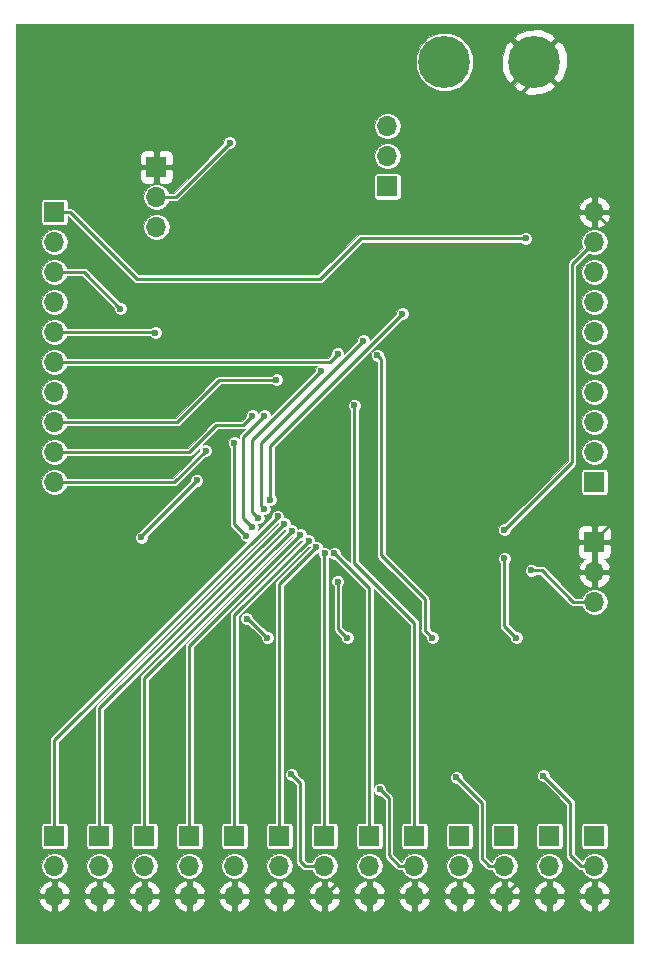
<source format=gbl>
G04 #@! TF.FileFunction,Copper,L2,Bot,Signal*
%FSLAX46Y46*%
G04 Gerber Fmt 4.6, Leading zero omitted, Abs format (unit mm)*
G04 Created by KiCad (PCBNEW 4.0.4-stable) date 04/11/18 12:19:16*
%MOMM*%
%LPD*%
G01*
G04 APERTURE LIST*
%ADD10C,0.100000*%
%ADD11C,4.400000*%
%ADD12R,1.700000X1.700000*%
%ADD13O,1.700000X1.700000*%
%ADD14C,0.600000*%
%ADD15C,0.250000*%
G04 APERTURE END LIST*
D10*
D11*
X127000000Y-88900000D03*
X134620000Y-88900000D03*
D12*
X122174000Y-99441000D03*
D13*
X122174000Y-96901000D03*
X122174000Y-94361000D03*
D12*
X93980000Y-101600000D03*
D13*
X93980000Y-104140000D03*
X93980000Y-106680000D03*
X93980000Y-109220000D03*
X93980000Y-111760000D03*
X93980000Y-114300000D03*
X93980000Y-116840000D03*
X93980000Y-119380000D03*
X93980000Y-121920000D03*
X93980000Y-124460000D03*
D12*
X102616000Y-97790000D03*
D13*
X102616000Y-100330000D03*
X102616000Y-102870000D03*
D12*
X139700000Y-124460000D03*
D13*
X139700000Y-121920000D03*
X139700000Y-119380000D03*
X139700000Y-116840000D03*
X139700000Y-114300000D03*
X139700000Y-111760000D03*
X139700000Y-109220000D03*
X139700000Y-106680000D03*
X139700000Y-104140000D03*
X139700000Y-101600000D03*
D12*
X139700000Y-129540000D03*
D13*
X139700000Y-132080000D03*
X139700000Y-134620000D03*
D12*
X93980000Y-154432000D03*
D13*
X93980000Y-156972000D03*
X93980000Y-159512000D03*
D12*
X97790000Y-154432000D03*
D13*
X97790000Y-156972000D03*
X97790000Y-159512000D03*
D12*
X101600000Y-154432000D03*
D13*
X101600000Y-156972000D03*
X101600000Y-159512000D03*
D12*
X105410000Y-154432000D03*
D13*
X105410000Y-156972000D03*
X105410000Y-159512000D03*
D12*
X109220000Y-154432000D03*
D13*
X109220000Y-156972000D03*
X109220000Y-159512000D03*
D12*
X113030000Y-154432000D03*
D13*
X113030000Y-156972000D03*
X113030000Y-159512000D03*
D12*
X116840000Y-154432000D03*
D13*
X116840000Y-156972000D03*
X116840000Y-159512000D03*
D12*
X120650000Y-154432000D03*
D13*
X120650000Y-156972000D03*
X120650000Y-159512000D03*
D12*
X124460000Y-154432000D03*
D13*
X124460000Y-156972000D03*
X124460000Y-159512000D03*
D12*
X128270000Y-154432000D03*
D13*
X128270000Y-156972000D03*
X128270000Y-159512000D03*
D12*
X132080000Y-154432000D03*
D13*
X132080000Y-156972000D03*
X132080000Y-159512000D03*
D12*
X135890000Y-154432000D03*
D13*
X135890000Y-156972000D03*
X135890000Y-159512000D03*
D12*
X139700000Y-154432000D03*
D13*
X139700000Y-156972000D03*
X139700000Y-159512000D03*
D14*
X126492000Y-150368000D03*
X118745000Y-151130000D03*
X133477000Y-149860000D03*
X123317000Y-121920000D03*
X123317000Y-119634000D03*
X123190000Y-116967000D03*
X123190000Y-114173000D03*
X123190000Y-111760000D03*
X126492000Y-124841000D03*
X134620000Y-101854000D03*
X141097000Y-96647000D03*
X132842000Y-94996000D03*
X134340600Y-131953000D03*
X133883400Y-103835200D03*
X101346000Y-129159000D03*
X106045000Y-124333000D03*
X135382000Y-149352000D03*
X128016000Y-149479000D03*
X121539000Y-150495000D03*
X114046000Y-149225000D03*
X108813600Y-95758000D03*
X99568000Y-109778800D03*
X110261400Y-136042400D03*
X111988600Y-137642600D03*
X117983000Y-132892800D03*
X118770400Y-137668000D03*
X102514400Y-111810800D03*
X117983000Y-113588800D03*
X121310400Y-113715800D03*
X125984000Y-137642600D03*
X112776000Y-115824000D03*
X110744000Y-118872000D03*
X106781600Y-121818400D03*
X132080000Y-128524000D03*
X132080000Y-130937000D03*
X133096000Y-137668000D03*
X112877600Y-127381000D03*
X113436400Y-127990600D03*
X114071400Y-128574800D03*
X114808000Y-128930400D03*
X115493800Y-129438400D03*
X116128800Y-129971800D03*
X116865400Y-130505200D03*
X119354600Y-117983000D03*
X109220000Y-121158000D03*
X110236000Y-129032000D03*
X111760000Y-118872000D03*
X110744000Y-128270000D03*
X120142000Y-112522000D03*
X111760000Y-126746000D03*
X123444000Y-110236000D03*
X112268000Y-125984000D03*
X117678200Y-130505200D03*
X116586000Y-115062000D03*
X111252000Y-127508000D03*
D15*
X126492000Y-150368000D02*
X126492000Y-158369000D01*
X126492000Y-158369000D02*
X125349000Y-159512000D01*
X124460000Y-159512000D02*
X125349000Y-159512000D01*
X118745000Y-151130000D02*
X118618000Y-151257000D01*
X118618000Y-151257000D02*
X118618000Y-157734000D01*
X116840000Y-159512000D02*
X118618000Y-157734000D01*
X133477000Y-149860000D02*
X133858000Y-150241000D01*
X133858000Y-150241000D02*
X133858000Y-157734000D01*
X132080000Y-159512000D02*
X133858000Y-157734000D01*
X123317000Y-119634000D02*
X123317000Y-121920000D01*
X123190000Y-116967000D02*
X123190000Y-119507000D01*
X123190000Y-119507000D02*
X123317000Y-119634000D01*
X123190000Y-114173000D02*
X123190000Y-116967000D01*
X123190000Y-111760000D02*
X123190000Y-114173000D01*
X139700000Y-129540000D02*
X139700000Y-129413000D01*
X139700000Y-129413000D02*
X141605000Y-127508000D01*
X141605000Y-103505000D02*
X139700000Y-101600000D01*
X141605000Y-127508000D02*
X141605000Y-103505000D01*
X139700000Y-129540000D02*
X131191000Y-129540000D01*
X131191000Y-129540000D02*
X126492000Y-124841000D01*
X134874000Y-101600000D02*
X139700000Y-101600000D01*
X134620000Y-101854000D02*
X134874000Y-101600000D01*
X141097000Y-96647000D02*
X141097000Y-95377000D01*
X141097000Y-95377000D02*
X134620000Y-88900000D01*
X139700000Y-101600000D02*
X139700000Y-98044000D01*
X139700000Y-98044000D02*
X141097000Y-96647000D01*
X132842000Y-92202000D02*
X134620000Y-90424000D01*
X132842000Y-94996000D02*
X132842000Y-92202000D01*
X134620000Y-90424000D02*
X134620000Y-88900000D01*
X139700000Y-134620000D02*
X137922000Y-134620000D01*
X137922000Y-134620000D02*
X135255000Y-131953000D01*
X135255000Y-131953000D02*
X134340600Y-131953000D01*
X93980000Y-101600000D02*
X95275400Y-101600000D01*
X119913400Y-103835200D02*
X133883400Y-103835200D01*
X116484400Y-107264200D02*
X119913400Y-103835200D01*
X100939600Y-107264200D02*
X116484400Y-107264200D01*
X95275400Y-101600000D02*
X100939600Y-107264200D01*
X101346000Y-129032000D02*
X101346000Y-129159000D01*
X106045000Y-124333000D02*
X101346000Y-129032000D01*
X138557000Y-156972000D02*
X139700000Y-156972000D01*
X137668000Y-156083000D02*
X138557000Y-156972000D01*
X137668000Y-151638000D02*
X137668000Y-156083000D01*
X135382000Y-149352000D02*
X137668000Y-151638000D01*
X130810000Y-156972000D02*
X132080000Y-156972000D01*
X130175000Y-156337000D02*
X130810000Y-156972000D01*
X130175000Y-151638000D02*
X130175000Y-156337000D01*
X128016000Y-149479000D02*
X130175000Y-151638000D01*
X123190000Y-156972000D02*
X124460000Y-156972000D01*
X122301000Y-156083000D02*
X123190000Y-156972000D01*
X122301000Y-151257000D02*
X122301000Y-156083000D01*
X121539000Y-150495000D02*
X122301000Y-151257000D01*
X115189000Y-156972000D02*
X116840000Y-156972000D01*
X114808000Y-156591000D02*
X115189000Y-156972000D01*
X114808000Y-149987000D02*
X114808000Y-156591000D01*
X114046000Y-149225000D02*
X114808000Y-149987000D01*
X102616000Y-100330000D02*
X104241600Y-100330000D01*
X104241600Y-100330000D02*
X108813600Y-95758000D01*
X96469200Y-106680000D02*
X93980000Y-106680000D01*
X99568000Y-109778800D02*
X96469200Y-106680000D01*
X110388400Y-136042400D02*
X110261400Y-136042400D01*
X111988600Y-137642600D02*
X110388400Y-136042400D01*
X117983000Y-136880600D02*
X117983000Y-132892800D01*
X118770400Y-137668000D02*
X117983000Y-136880600D01*
X102463600Y-111760000D02*
X98628200Y-111760000D01*
X102514400Y-111810800D02*
X102463600Y-111760000D01*
X98729800Y-111760000D02*
X98628200Y-111760000D01*
X98628200Y-111760000D02*
X93980000Y-111760000D01*
X125361700Y-137020300D02*
X125361700Y-134378700D01*
X117983000Y-113588800D02*
X117271800Y-114300000D01*
X117271800Y-114300000D02*
X108483400Y-114300000D01*
X121666000Y-114071400D02*
X121310400Y-113715800D01*
X121666000Y-130683000D02*
X121666000Y-114071400D01*
X125361700Y-134378700D02*
X121666000Y-130683000D01*
X108483400Y-114300000D02*
X93980000Y-114300000D01*
X108483400Y-114300000D02*
X108432600Y-114300000D01*
X125984000Y-137642600D02*
X125361700Y-137020300D01*
X125361700Y-137020300D02*
X125323600Y-136982200D01*
X93980000Y-119380000D02*
X104394000Y-119380000D01*
X107950000Y-115824000D02*
X112776000Y-115824000D01*
X104394000Y-119380000D02*
X107950000Y-115824000D01*
X93980000Y-121920000D02*
X105410000Y-121920000D01*
X109982000Y-119634000D02*
X110744000Y-118872000D01*
X107696000Y-119634000D02*
X109982000Y-119634000D01*
X105410000Y-121920000D02*
X107696000Y-119634000D01*
X93980000Y-124460000D02*
X104140000Y-124460000D01*
X104140000Y-124460000D02*
X106781600Y-121818400D01*
X137795000Y-106045000D02*
X139700000Y-104140000D01*
X137795000Y-122809000D02*
X137795000Y-106045000D01*
X132080000Y-128524000D02*
X137795000Y-122809000D01*
X132080000Y-136652000D02*
X132080000Y-130937000D01*
X133096000Y-137668000D02*
X132080000Y-136652000D01*
X93980000Y-154432000D02*
X93980000Y-146304000D01*
X112877600Y-127406400D02*
X112877600Y-127381000D01*
X93980000Y-146304000D02*
X112877600Y-127406400D01*
X97790000Y-154432000D02*
X97790000Y-143637000D01*
X97790000Y-143637000D02*
X113436400Y-127990600D01*
X101600000Y-154432000D02*
X101600000Y-141046200D01*
X101600000Y-141046200D02*
X114071400Y-128574800D01*
X105410000Y-154432000D02*
X105410000Y-138328400D01*
X105410000Y-138328400D02*
X114808000Y-128930400D01*
X109220000Y-154432000D02*
X109220000Y-135712200D01*
X109220000Y-135712200D02*
X115493800Y-129438400D01*
X113030000Y-154432000D02*
X113030000Y-133070600D01*
X113030000Y-133070600D02*
X116128800Y-129971800D01*
X116840000Y-154432000D02*
X116840000Y-130530600D01*
X116840000Y-130530600D02*
X116865400Y-130505200D01*
X124460000Y-154432000D02*
X124460000Y-136398000D01*
X119354600Y-131292600D02*
X119354600Y-117983000D01*
X124460000Y-136398000D02*
X119354600Y-131292600D01*
X109220000Y-121158000D02*
X109220000Y-128016000D01*
X109220000Y-128016000D02*
X110236000Y-129032000D01*
X111760000Y-118872000D02*
X109982000Y-120650000D01*
X109982000Y-127508000D02*
X110744000Y-128270000D01*
X109982000Y-120650000D02*
X109982000Y-127508000D01*
X120142000Y-112522000D02*
X111506000Y-121158000D01*
X111506000Y-126492000D02*
X111760000Y-126746000D01*
X111506000Y-121158000D02*
X111506000Y-126492000D01*
X123444000Y-110236000D02*
X112268000Y-121412000D01*
X112268000Y-121412000D02*
X112268000Y-125984000D01*
X120650000Y-154432000D02*
X120650000Y-133477000D01*
X120650000Y-133477000D02*
X117678200Y-130505200D01*
X116586000Y-115062000D02*
X110744000Y-120904000D01*
X110744000Y-127000000D02*
X111252000Y-127508000D01*
X110744000Y-120904000D02*
X110744000Y-127000000D01*
D10*
G36*
X142920759Y-85652711D02*
X142936663Y-85663337D01*
X142947289Y-85679241D01*
X142952000Y-85702924D01*
X142952000Y-163471076D01*
X142947289Y-163494759D01*
X142936663Y-163510663D01*
X142920759Y-163521289D01*
X142897076Y-163526000D01*
X90782924Y-163526000D01*
X90759241Y-163521289D01*
X90743337Y-163510663D01*
X90732711Y-163494759D01*
X90728000Y-163471076D01*
X90728000Y-159931424D01*
X92635922Y-159931424D01*
X92733002Y-160165839D01*
X93078137Y-160593274D01*
X93560573Y-160856095D01*
X93776000Y-160765660D01*
X93776000Y-159716000D01*
X94184000Y-159716000D01*
X94184000Y-160765660D01*
X94399427Y-160856095D01*
X94881863Y-160593274D01*
X95226998Y-160165839D01*
X95324078Y-159931424D01*
X96445922Y-159931424D01*
X96543002Y-160165839D01*
X96888137Y-160593274D01*
X97370573Y-160856095D01*
X97586000Y-160765660D01*
X97586000Y-159716000D01*
X97994000Y-159716000D01*
X97994000Y-160765660D01*
X98209427Y-160856095D01*
X98691863Y-160593274D01*
X99036998Y-160165839D01*
X99134078Y-159931424D01*
X100255922Y-159931424D01*
X100353002Y-160165839D01*
X100698137Y-160593274D01*
X101180573Y-160856095D01*
X101396000Y-160765660D01*
X101396000Y-159716000D01*
X101804000Y-159716000D01*
X101804000Y-160765660D01*
X102019427Y-160856095D01*
X102501863Y-160593274D01*
X102846998Y-160165839D01*
X102944078Y-159931424D01*
X104065922Y-159931424D01*
X104163002Y-160165839D01*
X104508137Y-160593274D01*
X104990573Y-160856095D01*
X105206000Y-160765660D01*
X105206000Y-159716000D01*
X105614000Y-159716000D01*
X105614000Y-160765660D01*
X105829427Y-160856095D01*
X106311863Y-160593274D01*
X106656998Y-160165839D01*
X106754078Y-159931424D01*
X107875922Y-159931424D01*
X107973002Y-160165839D01*
X108318137Y-160593274D01*
X108800573Y-160856095D01*
X109016000Y-160765660D01*
X109016000Y-159716000D01*
X109424000Y-159716000D01*
X109424000Y-160765660D01*
X109639427Y-160856095D01*
X110121863Y-160593274D01*
X110466998Y-160165839D01*
X110564078Y-159931424D01*
X111685922Y-159931424D01*
X111783002Y-160165839D01*
X112128137Y-160593274D01*
X112610573Y-160856095D01*
X112826000Y-160765660D01*
X112826000Y-159716000D01*
X113234000Y-159716000D01*
X113234000Y-160765660D01*
X113449427Y-160856095D01*
X113931863Y-160593274D01*
X114276998Y-160165839D01*
X114374078Y-159931424D01*
X115495922Y-159931424D01*
X115593002Y-160165839D01*
X115938137Y-160593274D01*
X116420573Y-160856095D01*
X116636000Y-160765660D01*
X116636000Y-159716000D01*
X117044000Y-159716000D01*
X117044000Y-160765660D01*
X117259427Y-160856095D01*
X117741863Y-160593274D01*
X118086998Y-160165839D01*
X118184078Y-159931424D01*
X119305922Y-159931424D01*
X119403002Y-160165839D01*
X119748137Y-160593274D01*
X120230573Y-160856095D01*
X120446000Y-160765660D01*
X120446000Y-159716000D01*
X120854000Y-159716000D01*
X120854000Y-160765660D01*
X121069427Y-160856095D01*
X121551863Y-160593274D01*
X121896998Y-160165839D01*
X121994078Y-159931424D01*
X123115922Y-159931424D01*
X123213002Y-160165839D01*
X123558137Y-160593274D01*
X124040573Y-160856095D01*
X124256000Y-160765660D01*
X124256000Y-159716000D01*
X124664000Y-159716000D01*
X124664000Y-160765660D01*
X124879427Y-160856095D01*
X125361863Y-160593274D01*
X125706998Y-160165839D01*
X125804078Y-159931424D01*
X126925922Y-159931424D01*
X127023002Y-160165839D01*
X127368137Y-160593274D01*
X127850573Y-160856095D01*
X128066000Y-160765660D01*
X128066000Y-159716000D01*
X128474000Y-159716000D01*
X128474000Y-160765660D01*
X128689427Y-160856095D01*
X129171863Y-160593274D01*
X129516998Y-160165839D01*
X129614078Y-159931424D01*
X130735922Y-159931424D01*
X130833002Y-160165839D01*
X131178137Y-160593274D01*
X131660573Y-160856095D01*
X131876000Y-160765660D01*
X131876000Y-159716000D01*
X132284000Y-159716000D01*
X132284000Y-160765660D01*
X132499427Y-160856095D01*
X132981863Y-160593274D01*
X133326998Y-160165839D01*
X133424078Y-159931424D01*
X134545922Y-159931424D01*
X134643002Y-160165839D01*
X134988137Y-160593274D01*
X135470573Y-160856095D01*
X135686000Y-160765660D01*
X135686000Y-159716000D01*
X136094000Y-159716000D01*
X136094000Y-160765660D01*
X136309427Y-160856095D01*
X136791863Y-160593274D01*
X137136998Y-160165839D01*
X137234078Y-159931424D01*
X138355922Y-159931424D01*
X138453002Y-160165839D01*
X138798137Y-160593274D01*
X139280573Y-160856095D01*
X139496000Y-160765660D01*
X139496000Y-159716000D01*
X139904000Y-159716000D01*
X139904000Y-160765660D01*
X140119427Y-160856095D01*
X140601863Y-160593274D01*
X140946998Y-160165839D01*
X141044078Y-159931424D01*
X140951989Y-159716000D01*
X139904000Y-159716000D01*
X139496000Y-159716000D01*
X138448011Y-159716000D01*
X138355922Y-159931424D01*
X137234078Y-159931424D01*
X137141989Y-159716000D01*
X136094000Y-159716000D01*
X135686000Y-159716000D01*
X134638011Y-159716000D01*
X134545922Y-159931424D01*
X133424078Y-159931424D01*
X133331989Y-159716000D01*
X132284000Y-159716000D01*
X131876000Y-159716000D01*
X130828011Y-159716000D01*
X130735922Y-159931424D01*
X129614078Y-159931424D01*
X129521989Y-159716000D01*
X128474000Y-159716000D01*
X128066000Y-159716000D01*
X127018011Y-159716000D01*
X126925922Y-159931424D01*
X125804078Y-159931424D01*
X125711989Y-159716000D01*
X124664000Y-159716000D01*
X124256000Y-159716000D01*
X123208011Y-159716000D01*
X123115922Y-159931424D01*
X121994078Y-159931424D01*
X121901989Y-159716000D01*
X120854000Y-159716000D01*
X120446000Y-159716000D01*
X119398011Y-159716000D01*
X119305922Y-159931424D01*
X118184078Y-159931424D01*
X118091989Y-159716000D01*
X117044000Y-159716000D01*
X116636000Y-159716000D01*
X115588011Y-159716000D01*
X115495922Y-159931424D01*
X114374078Y-159931424D01*
X114281989Y-159716000D01*
X113234000Y-159716000D01*
X112826000Y-159716000D01*
X111778011Y-159716000D01*
X111685922Y-159931424D01*
X110564078Y-159931424D01*
X110471989Y-159716000D01*
X109424000Y-159716000D01*
X109016000Y-159716000D01*
X107968011Y-159716000D01*
X107875922Y-159931424D01*
X106754078Y-159931424D01*
X106661989Y-159716000D01*
X105614000Y-159716000D01*
X105206000Y-159716000D01*
X104158011Y-159716000D01*
X104065922Y-159931424D01*
X102944078Y-159931424D01*
X102851989Y-159716000D01*
X101804000Y-159716000D01*
X101396000Y-159716000D01*
X100348011Y-159716000D01*
X100255922Y-159931424D01*
X99134078Y-159931424D01*
X99041989Y-159716000D01*
X97994000Y-159716000D01*
X97586000Y-159716000D01*
X96538011Y-159716000D01*
X96445922Y-159931424D01*
X95324078Y-159931424D01*
X95231989Y-159716000D01*
X94184000Y-159716000D01*
X93776000Y-159716000D01*
X92728011Y-159716000D01*
X92635922Y-159931424D01*
X90728000Y-159931424D01*
X90728000Y-159092576D01*
X92635922Y-159092576D01*
X92728011Y-159308000D01*
X93776000Y-159308000D01*
X93776000Y-158258340D01*
X94184000Y-158258340D01*
X94184000Y-159308000D01*
X95231989Y-159308000D01*
X95324078Y-159092576D01*
X96445922Y-159092576D01*
X96538011Y-159308000D01*
X97586000Y-159308000D01*
X97586000Y-158258340D01*
X97994000Y-158258340D01*
X97994000Y-159308000D01*
X99041989Y-159308000D01*
X99134078Y-159092576D01*
X100255922Y-159092576D01*
X100348011Y-159308000D01*
X101396000Y-159308000D01*
X101396000Y-158258340D01*
X101804000Y-158258340D01*
X101804000Y-159308000D01*
X102851989Y-159308000D01*
X102944078Y-159092576D01*
X104065922Y-159092576D01*
X104158011Y-159308000D01*
X105206000Y-159308000D01*
X105206000Y-158258340D01*
X105614000Y-158258340D01*
X105614000Y-159308000D01*
X106661989Y-159308000D01*
X106754078Y-159092576D01*
X107875922Y-159092576D01*
X107968011Y-159308000D01*
X109016000Y-159308000D01*
X109016000Y-158258340D01*
X109424000Y-158258340D01*
X109424000Y-159308000D01*
X110471989Y-159308000D01*
X110564078Y-159092576D01*
X111685922Y-159092576D01*
X111778011Y-159308000D01*
X112826000Y-159308000D01*
X112826000Y-158258340D01*
X113234000Y-158258340D01*
X113234000Y-159308000D01*
X114281989Y-159308000D01*
X114374078Y-159092576D01*
X115495922Y-159092576D01*
X115588011Y-159308000D01*
X116636000Y-159308000D01*
X116636000Y-158258340D01*
X117044000Y-158258340D01*
X117044000Y-159308000D01*
X118091989Y-159308000D01*
X118184078Y-159092576D01*
X119305922Y-159092576D01*
X119398011Y-159308000D01*
X120446000Y-159308000D01*
X120446000Y-158258340D01*
X120854000Y-158258340D01*
X120854000Y-159308000D01*
X121901989Y-159308000D01*
X121994078Y-159092576D01*
X123115922Y-159092576D01*
X123208011Y-159308000D01*
X124256000Y-159308000D01*
X124256000Y-158258340D01*
X124664000Y-158258340D01*
X124664000Y-159308000D01*
X125711989Y-159308000D01*
X125804078Y-159092576D01*
X126925922Y-159092576D01*
X127018011Y-159308000D01*
X128066000Y-159308000D01*
X128066000Y-158258340D01*
X128474000Y-158258340D01*
X128474000Y-159308000D01*
X129521989Y-159308000D01*
X129614078Y-159092576D01*
X130735922Y-159092576D01*
X130828011Y-159308000D01*
X131876000Y-159308000D01*
X131876000Y-158258340D01*
X132284000Y-158258340D01*
X132284000Y-159308000D01*
X133331989Y-159308000D01*
X133424078Y-159092576D01*
X134545922Y-159092576D01*
X134638011Y-159308000D01*
X135686000Y-159308000D01*
X135686000Y-158258340D01*
X136094000Y-158258340D01*
X136094000Y-159308000D01*
X137141989Y-159308000D01*
X137234078Y-159092576D01*
X138355922Y-159092576D01*
X138448011Y-159308000D01*
X139496000Y-159308000D01*
X139496000Y-158258340D01*
X139904000Y-158258340D01*
X139904000Y-159308000D01*
X140951989Y-159308000D01*
X141044078Y-159092576D01*
X140946998Y-158858161D01*
X140601863Y-158430726D01*
X140119427Y-158167905D01*
X139904000Y-158258340D01*
X139496000Y-158258340D01*
X139280573Y-158167905D01*
X138798137Y-158430726D01*
X138453002Y-158858161D01*
X138355922Y-159092576D01*
X137234078Y-159092576D01*
X137136998Y-158858161D01*
X136791863Y-158430726D01*
X136309427Y-158167905D01*
X136094000Y-158258340D01*
X135686000Y-158258340D01*
X135470573Y-158167905D01*
X134988137Y-158430726D01*
X134643002Y-158858161D01*
X134545922Y-159092576D01*
X133424078Y-159092576D01*
X133326998Y-158858161D01*
X132981863Y-158430726D01*
X132499427Y-158167905D01*
X132284000Y-158258340D01*
X131876000Y-158258340D01*
X131660573Y-158167905D01*
X131178137Y-158430726D01*
X130833002Y-158858161D01*
X130735922Y-159092576D01*
X129614078Y-159092576D01*
X129516998Y-158858161D01*
X129171863Y-158430726D01*
X128689427Y-158167905D01*
X128474000Y-158258340D01*
X128066000Y-158258340D01*
X127850573Y-158167905D01*
X127368137Y-158430726D01*
X127023002Y-158858161D01*
X126925922Y-159092576D01*
X125804078Y-159092576D01*
X125706998Y-158858161D01*
X125361863Y-158430726D01*
X124879427Y-158167905D01*
X124664000Y-158258340D01*
X124256000Y-158258340D01*
X124040573Y-158167905D01*
X123558137Y-158430726D01*
X123213002Y-158858161D01*
X123115922Y-159092576D01*
X121994078Y-159092576D01*
X121896998Y-158858161D01*
X121551863Y-158430726D01*
X121069427Y-158167905D01*
X120854000Y-158258340D01*
X120446000Y-158258340D01*
X120230573Y-158167905D01*
X119748137Y-158430726D01*
X119403002Y-158858161D01*
X119305922Y-159092576D01*
X118184078Y-159092576D01*
X118086998Y-158858161D01*
X117741863Y-158430726D01*
X117259427Y-158167905D01*
X117044000Y-158258340D01*
X116636000Y-158258340D01*
X116420573Y-158167905D01*
X115938137Y-158430726D01*
X115593002Y-158858161D01*
X115495922Y-159092576D01*
X114374078Y-159092576D01*
X114276998Y-158858161D01*
X113931863Y-158430726D01*
X113449427Y-158167905D01*
X113234000Y-158258340D01*
X112826000Y-158258340D01*
X112610573Y-158167905D01*
X112128137Y-158430726D01*
X111783002Y-158858161D01*
X111685922Y-159092576D01*
X110564078Y-159092576D01*
X110466998Y-158858161D01*
X110121863Y-158430726D01*
X109639427Y-158167905D01*
X109424000Y-158258340D01*
X109016000Y-158258340D01*
X108800573Y-158167905D01*
X108318137Y-158430726D01*
X107973002Y-158858161D01*
X107875922Y-159092576D01*
X106754078Y-159092576D01*
X106656998Y-158858161D01*
X106311863Y-158430726D01*
X105829427Y-158167905D01*
X105614000Y-158258340D01*
X105206000Y-158258340D01*
X104990573Y-158167905D01*
X104508137Y-158430726D01*
X104163002Y-158858161D01*
X104065922Y-159092576D01*
X102944078Y-159092576D01*
X102846998Y-158858161D01*
X102501863Y-158430726D01*
X102019427Y-158167905D01*
X101804000Y-158258340D01*
X101396000Y-158258340D01*
X101180573Y-158167905D01*
X100698137Y-158430726D01*
X100353002Y-158858161D01*
X100255922Y-159092576D01*
X99134078Y-159092576D01*
X99036998Y-158858161D01*
X98691863Y-158430726D01*
X98209427Y-158167905D01*
X97994000Y-158258340D01*
X97586000Y-158258340D01*
X97370573Y-158167905D01*
X96888137Y-158430726D01*
X96543002Y-158858161D01*
X96445922Y-159092576D01*
X95324078Y-159092576D01*
X95226998Y-158858161D01*
X94881863Y-158430726D01*
X94399427Y-158167905D01*
X94184000Y-158258340D01*
X93776000Y-158258340D01*
X93560573Y-158167905D01*
X93078137Y-158430726D01*
X92733002Y-158858161D01*
X92635922Y-159092576D01*
X90728000Y-159092576D01*
X90728000Y-156972000D01*
X92858450Y-156972000D01*
X92942183Y-157392952D01*
X93180633Y-157749817D01*
X93537498Y-157988267D01*
X93958450Y-158072000D01*
X94001550Y-158072000D01*
X94422502Y-157988267D01*
X94779367Y-157749817D01*
X95017817Y-157392952D01*
X95101550Y-156972000D01*
X96668450Y-156972000D01*
X96752183Y-157392952D01*
X96990633Y-157749817D01*
X97347498Y-157988267D01*
X97768450Y-158072000D01*
X97811550Y-158072000D01*
X98232502Y-157988267D01*
X98589367Y-157749817D01*
X98827817Y-157392952D01*
X98911550Y-156972000D01*
X100478450Y-156972000D01*
X100562183Y-157392952D01*
X100800633Y-157749817D01*
X101157498Y-157988267D01*
X101578450Y-158072000D01*
X101621550Y-158072000D01*
X102042502Y-157988267D01*
X102399367Y-157749817D01*
X102637817Y-157392952D01*
X102721550Y-156972000D01*
X104288450Y-156972000D01*
X104372183Y-157392952D01*
X104610633Y-157749817D01*
X104967498Y-157988267D01*
X105388450Y-158072000D01*
X105431550Y-158072000D01*
X105852502Y-157988267D01*
X106209367Y-157749817D01*
X106447817Y-157392952D01*
X106531550Y-156972000D01*
X108098450Y-156972000D01*
X108182183Y-157392952D01*
X108420633Y-157749817D01*
X108777498Y-157988267D01*
X109198450Y-158072000D01*
X109241550Y-158072000D01*
X109662502Y-157988267D01*
X110019367Y-157749817D01*
X110257817Y-157392952D01*
X110341550Y-156972000D01*
X111908450Y-156972000D01*
X111992183Y-157392952D01*
X112230633Y-157749817D01*
X112587498Y-157988267D01*
X113008450Y-158072000D01*
X113051550Y-158072000D01*
X113472502Y-157988267D01*
X113829367Y-157749817D01*
X114067817Y-157392952D01*
X114151550Y-156972000D01*
X114067817Y-156551048D01*
X113829367Y-156194183D01*
X113472502Y-155955733D01*
X113051550Y-155872000D01*
X113008450Y-155872000D01*
X112587498Y-155955733D01*
X112230633Y-156194183D01*
X111992183Y-156551048D01*
X111908450Y-156972000D01*
X110341550Y-156972000D01*
X110257817Y-156551048D01*
X110019367Y-156194183D01*
X109662502Y-155955733D01*
X109241550Y-155872000D01*
X109198450Y-155872000D01*
X108777498Y-155955733D01*
X108420633Y-156194183D01*
X108182183Y-156551048D01*
X108098450Y-156972000D01*
X106531550Y-156972000D01*
X106447817Y-156551048D01*
X106209367Y-156194183D01*
X105852502Y-155955733D01*
X105431550Y-155872000D01*
X105388450Y-155872000D01*
X104967498Y-155955733D01*
X104610633Y-156194183D01*
X104372183Y-156551048D01*
X104288450Y-156972000D01*
X102721550Y-156972000D01*
X102637817Y-156551048D01*
X102399367Y-156194183D01*
X102042502Y-155955733D01*
X101621550Y-155872000D01*
X101578450Y-155872000D01*
X101157498Y-155955733D01*
X100800633Y-156194183D01*
X100562183Y-156551048D01*
X100478450Y-156972000D01*
X98911550Y-156972000D01*
X98827817Y-156551048D01*
X98589367Y-156194183D01*
X98232502Y-155955733D01*
X97811550Y-155872000D01*
X97768450Y-155872000D01*
X97347498Y-155955733D01*
X96990633Y-156194183D01*
X96752183Y-156551048D01*
X96668450Y-156972000D01*
X95101550Y-156972000D01*
X95017817Y-156551048D01*
X94779367Y-156194183D01*
X94422502Y-155955733D01*
X94001550Y-155872000D01*
X93958450Y-155872000D01*
X93537498Y-155955733D01*
X93180633Y-156194183D01*
X92942183Y-156551048D01*
X92858450Y-156972000D01*
X90728000Y-156972000D01*
X90728000Y-129267922D01*
X100795905Y-129267922D01*
X100879461Y-129470143D01*
X101034043Y-129624995D01*
X101236118Y-129708904D01*
X101454922Y-129709095D01*
X101657143Y-129625539D01*
X101811995Y-129470957D01*
X101895904Y-129268882D01*
X101896095Y-129050078D01*
X101885030Y-129023300D01*
X106025347Y-124882983D01*
X106153922Y-124883095D01*
X106356143Y-124799539D01*
X106510995Y-124644957D01*
X106594904Y-124442882D01*
X106595095Y-124224078D01*
X106511539Y-124021857D01*
X106356957Y-123867005D01*
X106154882Y-123783096D01*
X105936078Y-123782905D01*
X105733857Y-123866461D01*
X105579005Y-124021043D01*
X105495096Y-124223118D01*
X105494983Y-124352687D01*
X101238764Y-128608906D01*
X101237078Y-128608905D01*
X101034857Y-128692461D01*
X100880005Y-128847043D01*
X100796096Y-129049118D01*
X100795905Y-129267922D01*
X90728000Y-129267922D01*
X90728000Y-119380000D01*
X92858450Y-119380000D01*
X92942183Y-119800952D01*
X93180633Y-120157817D01*
X93537498Y-120396267D01*
X93958450Y-120480000D01*
X94001550Y-120480000D01*
X94422502Y-120396267D01*
X94779367Y-120157817D01*
X95017817Y-119800952D01*
X95026957Y-119755000D01*
X104394000Y-119755000D01*
X104537507Y-119726455D01*
X104659165Y-119645165D01*
X108105330Y-116199000D01*
X112373207Y-116199000D01*
X112464043Y-116289995D01*
X112666118Y-116373904D01*
X112884922Y-116374095D01*
X113087143Y-116290539D01*
X113241995Y-116135957D01*
X113325904Y-115933882D01*
X113326095Y-115715078D01*
X113242539Y-115512857D01*
X113087957Y-115358005D01*
X112885882Y-115274096D01*
X112667078Y-115273905D01*
X112464857Y-115357461D01*
X112373158Y-115449000D01*
X107950000Y-115449000D01*
X107806494Y-115477545D01*
X107806492Y-115477546D01*
X107806493Y-115477546D01*
X107684835Y-115558835D01*
X104238670Y-119005000D01*
X95026957Y-119005000D01*
X95017817Y-118959048D01*
X94779367Y-118602183D01*
X94422502Y-118363733D01*
X94001550Y-118280000D01*
X93958450Y-118280000D01*
X93537498Y-118363733D01*
X93180633Y-118602183D01*
X92942183Y-118959048D01*
X92858450Y-119380000D01*
X90728000Y-119380000D01*
X90728000Y-116840000D01*
X92858450Y-116840000D01*
X92942183Y-117260952D01*
X93180633Y-117617817D01*
X93537498Y-117856267D01*
X93958450Y-117940000D01*
X94001550Y-117940000D01*
X94422502Y-117856267D01*
X94779367Y-117617817D01*
X95017817Y-117260952D01*
X95101550Y-116840000D01*
X95017817Y-116419048D01*
X94779367Y-116062183D01*
X94422502Y-115823733D01*
X94001550Y-115740000D01*
X93958450Y-115740000D01*
X93537498Y-115823733D01*
X93180633Y-116062183D01*
X92942183Y-116419048D01*
X92858450Y-116840000D01*
X90728000Y-116840000D01*
X90728000Y-114300000D01*
X92858450Y-114300000D01*
X92942183Y-114720952D01*
X93180633Y-115077817D01*
X93537498Y-115316267D01*
X93958450Y-115400000D01*
X94001550Y-115400000D01*
X94422502Y-115316267D01*
X94779367Y-115077817D01*
X95017817Y-114720952D01*
X95026957Y-114675000D01*
X116195179Y-114675000D01*
X116120005Y-114750043D01*
X116036096Y-114952118D01*
X116035983Y-115081687D01*
X112310056Y-118807614D01*
X112310095Y-118763078D01*
X112226539Y-118560857D01*
X112071957Y-118406005D01*
X111869882Y-118322096D01*
X111651078Y-118321905D01*
X111448857Y-118405461D01*
X111294005Y-118560043D01*
X111252000Y-118661201D01*
X111210539Y-118560857D01*
X111055957Y-118406005D01*
X110853882Y-118322096D01*
X110635078Y-118321905D01*
X110432857Y-118405461D01*
X110278005Y-118560043D01*
X110194096Y-118762118D01*
X110193983Y-118891687D01*
X109826670Y-119259000D01*
X107696000Y-119259000D01*
X107552493Y-119287545D01*
X107430835Y-119368835D01*
X105254670Y-121545000D01*
X95026957Y-121545000D01*
X95017817Y-121499048D01*
X94779367Y-121142183D01*
X94422502Y-120903733D01*
X94001550Y-120820000D01*
X93958450Y-120820000D01*
X93537498Y-120903733D01*
X93180633Y-121142183D01*
X92942183Y-121499048D01*
X92858450Y-121920000D01*
X92942183Y-122340952D01*
X93180633Y-122697817D01*
X93537498Y-122936267D01*
X93958450Y-123020000D01*
X94001550Y-123020000D01*
X94422502Y-122936267D01*
X94779367Y-122697817D01*
X95017817Y-122340952D01*
X95026957Y-122295000D01*
X105410000Y-122295000D01*
X105553507Y-122266455D01*
X105675165Y-122185165D01*
X106288421Y-121571909D01*
X106231696Y-121708518D01*
X106231583Y-121838087D01*
X103984670Y-124085000D01*
X95026957Y-124085000D01*
X95017817Y-124039048D01*
X94779367Y-123682183D01*
X94422502Y-123443733D01*
X94001550Y-123360000D01*
X93958450Y-123360000D01*
X93537498Y-123443733D01*
X93180633Y-123682183D01*
X92942183Y-124039048D01*
X92858450Y-124460000D01*
X92942183Y-124880952D01*
X93180633Y-125237817D01*
X93537498Y-125476267D01*
X93958450Y-125560000D01*
X94001550Y-125560000D01*
X94422502Y-125476267D01*
X94779367Y-125237817D01*
X95017817Y-124880952D01*
X95026957Y-124835000D01*
X104140000Y-124835000D01*
X104283507Y-124806455D01*
X104405165Y-124725165D01*
X106761947Y-122368383D01*
X106890522Y-122368495D01*
X107092743Y-122284939D01*
X107247595Y-122130357D01*
X107331504Y-121928282D01*
X107331695Y-121709478D01*
X107248139Y-121507257D01*
X107093557Y-121352405D01*
X106891482Y-121268496D01*
X106672678Y-121268305D01*
X106535235Y-121325095D01*
X107851330Y-120009000D01*
X109982000Y-120009000D01*
X110120149Y-119981521D01*
X109716835Y-120384835D01*
X109635545Y-120506493D01*
X109635545Y-120506494D01*
X109607000Y-120650000D01*
X109607000Y-120767179D01*
X109531957Y-120692005D01*
X109329882Y-120608096D01*
X109111078Y-120607905D01*
X108908857Y-120691461D01*
X108754005Y-120846043D01*
X108670096Y-121048118D01*
X108669905Y-121266922D01*
X108753461Y-121469143D01*
X108845000Y-121560842D01*
X108845000Y-128016000D01*
X108873545Y-128159507D01*
X108954835Y-128281165D01*
X109686017Y-129012347D01*
X109685905Y-129140922D01*
X109769461Y-129343143D01*
X109924043Y-129497995D01*
X110126118Y-129581904D01*
X110171726Y-129581944D01*
X93714835Y-146038835D01*
X93633545Y-146160493D01*
X93633545Y-146160494D01*
X93605000Y-146304000D01*
X93605000Y-153327103D01*
X93130000Y-153327103D01*
X93037356Y-153344535D01*
X92952268Y-153399288D01*
X92895185Y-153482831D01*
X92875103Y-153582000D01*
X92875103Y-155282000D01*
X92892535Y-155374644D01*
X92947288Y-155459732D01*
X93030831Y-155516815D01*
X93130000Y-155536897D01*
X94830000Y-155536897D01*
X94922644Y-155519465D01*
X95007732Y-155464712D01*
X95064815Y-155381169D01*
X95084897Y-155282000D01*
X95084897Y-153582000D01*
X95067465Y-153489356D01*
X95012712Y-153404268D01*
X94929169Y-153347185D01*
X94830000Y-153327103D01*
X94355000Y-153327103D01*
X94355000Y-146459330D01*
X112883325Y-127931005D01*
X112886452Y-127931008D01*
X112886383Y-128010287D01*
X97524835Y-143371835D01*
X97443545Y-143493493D01*
X97443545Y-143493494D01*
X97415000Y-143637000D01*
X97415000Y-153327103D01*
X96940000Y-153327103D01*
X96847356Y-153344535D01*
X96762268Y-153399288D01*
X96705185Y-153482831D01*
X96685103Y-153582000D01*
X96685103Y-155282000D01*
X96702535Y-155374644D01*
X96757288Y-155459732D01*
X96840831Y-155516815D01*
X96940000Y-155536897D01*
X98640000Y-155536897D01*
X98732644Y-155519465D01*
X98817732Y-155464712D01*
X98874815Y-155381169D01*
X98894897Y-155282000D01*
X98894897Y-153582000D01*
X98877465Y-153489356D01*
X98822712Y-153404268D01*
X98739169Y-153347185D01*
X98640000Y-153327103D01*
X98165000Y-153327103D01*
X98165000Y-143792330D01*
X113416747Y-128540583D01*
X113521430Y-128540674D01*
X113521383Y-128594487D01*
X101334835Y-140781035D01*
X101253545Y-140902693D01*
X101253545Y-140902694D01*
X101225000Y-141046200D01*
X101225000Y-153327103D01*
X100750000Y-153327103D01*
X100657356Y-153344535D01*
X100572268Y-153399288D01*
X100515185Y-153482831D01*
X100495103Y-153582000D01*
X100495103Y-155282000D01*
X100512535Y-155374644D01*
X100567288Y-155459732D01*
X100650831Y-155516815D01*
X100750000Y-155536897D01*
X102450000Y-155536897D01*
X102542644Y-155519465D01*
X102627732Y-155464712D01*
X102684815Y-155381169D01*
X102704897Y-155282000D01*
X102704897Y-153582000D01*
X102687465Y-153489356D01*
X102632712Y-153404268D01*
X102549169Y-153347185D01*
X102450000Y-153327103D01*
X101975000Y-153327103D01*
X101975000Y-141201530D01*
X114051747Y-129124783D01*
X114083260Y-129124810D01*
X105144835Y-138063235D01*
X105063545Y-138184893D01*
X105063545Y-138184894D01*
X105035000Y-138328400D01*
X105035000Y-153327103D01*
X104560000Y-153327103D01*
X104467356Y-153344535D01*
X104382268Y-153399288D01*
X104325185Y-153482831D01*
X104305103Y-153582000D01*
X104305103Y-155282000D01*
X104322535Y-155374644D01*
X104377288Y-155459732D01*
X104460831Y-155516815D01*
X104560000Y-155536897D01*
X106260000Y-155536897D01*
X106352644Y-155519465D01*
X106437732Y-155464712D01*
X106494815Y-155381169D01*
X106514897Y-155282000D01*
X106514897Y-153582000D01*
X106497465Y-153489356D01*
X106442712Y-153404268D01*
X106359169Y-153347185D01*
X106260000Y-153327103D01*
X105785000Y-153327103D01*
X105785000Y-138483730D01*
X114788347Y-129480383D01*
X114916922Y-129480495D01*
X114924511Y-129477359D01*
X108954835Y-135447035D01*
X108873545Y-135568693D01*
X108873545Y-135568694D01*
X108845000Y-135712200D01*
X108845000Y-153327103D01*
X108370000Y-153327103D01*
X108277356Y-153344535D01*
X108192268Y-153399288D01*
X108135185Y-153482831D01*
X108115103Y-153582000D01*
X108115103Y-155282000D01*
X108132535Y-155374644D01*
X108187288Y-155459732D01*
X108270831Y-155516815D01*
X108370000Y-155536897D01*
X110070000Y-155536897D01*
X110162644Y-155519465D01*
X110247732Y-155464712D01*
X110304815Y-155381169D01*
X110324897Y-155282000D01*
X110324897Y-153582000D01*
X110307465Y-153489356D01*
X110252712Y-153404268D01*
X110169169Y-153347185D01*
X110070000Y-153327103D01*
X109595000Y-153327103D01*
X109595000Y-136151322D01*
X109711305Y-136151322D01*
X109794861Y-136353543D01*
X109949443Y-136508395D01*
X110151518Y-136592304D01*
X110370322Y-136592495D01*
X110397100Y-136581430D01*
X111438617Y-137622947D01*
X111438505Y-137751522D01*
X111522061Y-137953743D01*
X111676643Y-138108595D01*
X111878718Y-138192504D01*
X112097522Y-138192695D01*
X112299743Y-138109139D01*
X112454595Y-137954557D01*
X112538504Y-137752482D01*
X112538695Y-137533678D01*
X112455139Y-137331457D01*
X112300557Y-137176605D01*
X112098482Y-137092696D01*
X111968913Y-137092583D01*
X110811494Y-135935164D01*
X110811495Y-135933478D01*
X110727939Y-135731257D01*
X110573357Y-135576405D01*
X110371282Y-135492496D01*
X110152478Y-135492305D01*
X109950257Y-135575861D01*
X109795405Y-135730443D01*
X109711496Y-135932518D01*
X109711305Y-136151322D01*
X109595000Y-136151322D01*
X109595000Y-135867530D01*
X115474147Y-129988383D01*
X115578786Y-129988474D01*
X115578783Y-129991487D01*
X112764835Y-132805435D01*
X112683545Y-132927093D01*
X112683545Y-132927094D01*
X112655000Y-133070600D01*
X112655000Y-153327103D01*
X112180000Y-153327103D01*
X112087356Y-153344535D01*
X112002268Y-153399288D01*
X111945185Y-153482831D01*
X111925103Y-153582000D01*
X111925103Y-155282000D01*
X111942535Y-155374644D01*
X111997288Y-155459732D01*
X112080831Y-155516815D01*
X112180000Y-155536897D01*
X113880000Y-155536897D01*
X113972644Y-155519465D01*
X114057732Y-155464712D01*
X114114815Y-155381169D01*
X114134897Y-155282000D01*
X114134897Y-153582000D01*
X114117465Y-153489356D01*
X114062712Y-153404268D01*
X113979169Y-153347185D01*
X113880000Y-153327103D01*
X113405000Y-153327103D01*
X113405000Y-149333922D01*
X113495905Y-149333922D01*
X113579461Y-149536143D01*
X113734043Y-149690995D01*
X113936118Y-149774904D01*
X114065687Y-149775017D01*
X114433000Y-150142330D01*
X114433000Y-156591000D01*
X114461545Y-156734507D01*
X114542835Y-156856165D01*
X114923835Y-157237165D01*
X115045494Y-157318455D01*
X115189000Y-157347000D01*
X115793043Y-157347000D01*
X115802183Y-157392952D01*
X116040633Y-157749817D01*
X116397498Y-157988267D01*
X116818450Y-158072000D01*
X116861550Y-158072000D01*
X117282502Y-157988267D01*
X117639367Y-157749817D01*
X117877817Y-157392952D01*
X117961550Y-156972000D01*
X119528450Y-156972000D01*
X119612183Y-157392952D01*
X119850633Y-157749817D01*
X120207498Y-157988267D01*
X120628450Y-158072000D01*
X120671550Y-158072000D01*
X121092502Y-157988267D01*
X121449367Y-157749817D01*
X121687817Y-157392952D01*
X121771550Y-156972000D01*
X121687817Y-156551048D01*
X121449367Y-156194183D01*
X121092502Y-155955733D01*
X120671550Y-155872000D01*
X120628450Y-155872000D01*
X120207498Y-155955733D01*
X119850633Y-156194183D01*
X119612183Y-156551048D01*
X119528450Y-156972000D01*
X117961550Y-156972000D01*
X117877817Y-156551048D01*
X117639367Y-156194183D01*
X117282502Y-155955733D01*
X116861550Y-155872000D01*
X116818450Y-155872000D01*
X116397498Y-155955733D01*
X116040633Y-156194183D01*
X115802183Y-156551048D01*
X115793043Y-156597000D01*
X115344330Y-156597000D01*
X115183000Y-156435670D01*
X115183000Y-149987000D01*
X115154455Y-149843494D01*
X115073165Y-149721835D01*
X114595983Y-149244653D01*
X114596095Y-149116078D01*
X114512539Y-148913857D01*
X114357957Y-148759005D01*
X114155882Y-148675096D01*
X113937078Y-148674905D01*
X113734857Y-148758461D01*
X113580005Y-148913043D01*
X113496096Y-149115118D01*
X113495905Y-149333922D01*
X113405000Y-149333922D01*
X113405000Y-133225930D01*
X116109147Y-130521783D01*
X116237722Y-130521895D01*
X116315414Y-130489794D01*
X116315305Y-130614122D01*
X116398861Y-130816343D01*
X116465000Y-130882598D01*
X116465000Y-153327103D01*
X115990000Y-153327103D01*
X115897356Y-153344535D01*
X115812268Y-153399288D01*
X115755185Y-153482831D01*
X115735103Y-153582000D01*
X115735103Y-155282000D01*
X115752535Y-155374644D01*
X115807288Y-155459732D01*
X115890831Y-155516815D01*
X115990000Y-155536897D01*
X117690000Y-155536897D01*
X117782644Y-155519465D01*
X117867732Y-155464712D01*
X117924815Y-155381169D01*
X117944897Y-155282000D01*
X117944897Y-153582000D01*
X117927465Y-153489356D01*
X117872712Y-153404268D01*
X117789169Y-153347185D01*
X117690000Y-153327103D01*
X117215000Y-153327103D01*
X117215000Y-133001722D01*
X117432905Y-133001722D01*
X117516461Y-133203943D01*
X117608000Y-133295642D01*
X117608000Y-136880600D01*
X117636545Y-137024107D01*
X117717835Y-137145765D01*
X118220417Y-137648347D01*
X118220305Y-137776922D01*
X118303861Y-137979143D01*
X118458443Y-138133995D01*
X118660518Y-138217904D01*
X118879322Y-138218095D01*
X119081543Y-138134539D01*
X119236395Y-137979957D01*
X119320304Y-137777882D01*
X119320495Y-137559078D01*
X119236939Y-137356857D01*
X119082357Y-137202005D01*
X118880282Y-137118096D01*
X118750713Y-137117983D01*
X118358000Y-136725270D01*
X118358000Y-133295593D01*
X118448995Y-133204757D01*
X118532904Y-133002682D01*
X118533095Y-132783878D01*
X118449539Y-132581657D01*
X118294957Y-132426805D01*
X118092882Y-132342896D01*
X117874078Y-132342705D01*
X117671857Y-132426261D01*
X117517005Y-132580843D01*
X117433096Y-132782918D01*
X117432905Y-133001722D01*
X117215000Y-133001722D01*
X117215000Y-130933349D01*
X117271831Y-130876618D01*
X117366243Y-130971195D01*
X117568318Y-131055104D01*
X117697887Y-131055217D01*
X120275000Y-133632330D01*
X120275000Y-153327103D01*
X119800000Y-153327103D01*
X119707356Y-153344535D01*
X119622268Y-153399288D01*
X119565185Y-153482831D01*
X119545103Y-153582000D01*
X119545103Y-155282000D01*
X119562535Y-155374644D01*
X119617288Y-155459732D01*
X119700831Y-155516815D01*
X119800000Y-155536897D01*
X121500000Y-155536897D01*
X121592644Y-155519465D01*
X121677732Y-155464712D01*
X121734815Y-155381169D01*
X121754897Y-155282000D01*
X121754897Y-153582000D01*
X121737465Y-153489356D01*
X121682712Y-153404268D01*
X121599169Y-153347185D01*
X121500000Y-153327103D01*
X121025000Y-153327103D01*
X121025000Y-150691279D01*
X121072461Y-150806143D01*
X121227043Y-150960995D01*
X121429118Y-151044904D01*
X121558687Y-151045017D01*
X121926000Y-151412330D01*
X121926000Y-156083000D01*
X121954545Y-156226507D01*
X122035835Y-156348165D01*
X122924835Y-157237165D01*
X123046493Y-157318455D01*
X123190000Y-157347000D01*
X123413043Y-157347000D01*
X123422183Y-157392952D01*
X123660633Y-157749817D01*
X124017498Y-157988267D01*
X124438450Y-158072000D01*
X124481550Y-158072000D01*
X124902502Y-157988267D01*
X125259367Y-157749817D01*
X125497817Y-157392952D01*
X125581550Y-156972000D01*
X127148450Y-156972000D01*
X127232183Y-157392952D01*
X127470633Y-157749817D01*
X127827498Y-157988267D01*
X128248450Y-158072000D01*
X128291550Y-158072000D01*
X128712502Y-157988267D01*
X129069367Y-157749817D01*
X129307817Y-157392952D01*
X129391550Y-156972000D01*
X129307817Y-156551048D01*
X129069367Y-156194183D01*
X128712502Y-155955733D01*
X128291550Y-155872000D01*
X128248450Y-155872000D01*
X127827498Y-155955733D01*
X127470633Y-156194183D01*
X127232183Y-156551048D01*
X127148450Y-156972000D01*
X125581550Y-156972000D01*
X125497817Y-156551048D01*
X125259367Y-156194183D01*
X124902502Y-155955733D01*
X124481550Y-155872000D01*
X124438450Y-155872000D01*
X124017498Y-155955733D01*
X123660633Y-156194183D01*
X123422183Y-156551048D01*
X123413043Y-156597000D01*
X123345330Y-156597000D01*
X122676000Y-155927670D01*
X122676000Y-151257000D01*
X122647455Y-151113494D01*
X122566165Y-150991835D01*
X122088983Y-150514653D01*
X122089095Y-150386078D01*
X122005539Y-150183857D01*
X121850957Y-150029005D01*
X121648882Y-149945096D01*
X121430078Y-149944905D01*
X121227857Y-150028461D01*
X121073005Y-150183043D01*
X121025000Y-150298652D01*
X121025000Y-133493330D01*
X124085000Y-136553330D01*
X124085000Y-153327103D01*
X123610000Y-153327103D01*
X123517356Y-153344535D01*
X123432268Y-153399288D01*
X123375185Y-153482831D01*
X123355103Y-153582000D01*
X123355103Y-155282000D01*
X123372535Y-155374644D01*
X123427288Y-155459732D01*
X123510831Y-155516815D01*
X123610000Y-155536897D01*
X125310000Y-155536897D01*
X125402644Y-155519465D01*
X125487732Y-155464712D01*
X125544815Y-155381169D01*
X125564897Y-155282000D01*
X125564897Y-153582000D01*
X127165103Y-153582000D01*
X127165103Y-155282000D01*
X127182535Y-155374644D01*
X127237288Y-155459732D01*
X127320831Y-155516815D01*
X127420000Y-155536897D01*
X129120000Y-155536897D01*
X129212644Y-155519465D01*
X129297732Y-155464712D01*
X129354815Y-155381169D01*
X129374897Y-155282000D01*
X129374897Y-153582000D01*
X129357465Y-153489356D01*
X129302712Y-153404268D01*
X129219169Y-153347185D01*
X129120000Y-153327103D01*
X127420000Y-153327103D01*
X127327356Y-153344535D01*
X127242268Y-153399288D01*
X127185185Y-153482831D01*
X127165103Y-153582000D01*
X125564897Y-153582000D01*
X125547465Y-153489356D01*
X125492712Y-153404268D01*
X125409169Y-153347185D01*
X125310000Y-153327103D01*
X124835000Y-153327103D01*
X124835000Y-149587922D01*
X127465905Y-149587922D01*
X127549461Y-149790143D01*
X127704043Y-149944995D01*
X127906118Y-150028904D01*
X128035687Y-150029017D01*
X129800000Y-151793330D01*
X129800000Y-156337000D01*
X129828545Y-156480507D01*
X129909835Y-156602165D01*
X130544835Y-157237165D01*
X130666494Y-157318455D01*
X130810000Y-157347000D01*
X131033043Y-157347000D01*
X131042183Y-157392952D01*
X131280633Y-157749817D01*
X131637498Y-157988267D01*
X132058450Y-158072000D01*
X132101550Y-158072000D01*
X132522502Y-157988267D01*
X132879367Y-157749817D01*
X133117817Y-157392952D01*
X133201550Y-156972000D01*
X134768450Y-156972000D01*
X134852183Y-157392952D01*
X135090633Y-157749817D01*
X135447498Y-157988267D01*
X135868450Y-158072000D01*
X135911550Y-158072000D01*
X136332502Y-157988267D01*
X136689367Y-157749817D01*
X136927817Y-157392952D01*
X137011550Y-156972000D01*
X136927817Y-156551048D01*
X136689367Y-156194183D01*
X136332502Y-155955733D01*
X135911550Y-155872000D01*
X135868450Y-155872000D01*
X135447498Y-155955733D01*
X135090633Y-156194183D01*
X134852183Y-156551048D01*
X134768450Y-156972000D01*
X133201550Y-156972000D01*
X133117817Y-156551048D01*
X132879367Y-156194183D01*
X132522502Y-155955733D01*
X132101550Y-155872000D01*
X132058450Y-155872000D01*
X131637498Y-155955733D01*
X131280633Y-156194183D01*
X131042183Y-156551048D01*
X131033043Y-156597000D01*
X130965330Y-156597000D01*
X130550000Y-156181670D01*
X130550000Y-153582000D01*
X130975103Y-153582000D01*
X130975103Y-155282000D01*
X130992535Y-155374644D01*
X131047288Y-155459732D01*
X131130831Y-155516815D01*
X131230000Y-155536897D01*
X132930000Y-155536897D01*
X133022644Y-155519465D01*
X133107732Y-155464712D01*
X133164815Y-155381169D01*
X133184897Y-155282000D01*
X133184897Y-153582000D01*
X134785103Y-153582000D01*
X134785103Y-155282000D01*
X134802535Y-155374644D01*
X134857288Y-155459732D01*
X134940831Y-155516815D01*
X135040000Y-155536897D01*
X136740000Y-155536897D01*
X136832644Y-155519465D01*
X136917732Y-155464712D01*
X136974815Y-155381169D01*
X136994897Y-155282000D01*
X136994897Y-153582000D01*
X136977465Y-153489356D01*
X136922712Y-153404268D01*
X136839169Y-153347185D01*
X136740000Y-153327103D01*
X135040000Y-153327103D01*
X134947356Y-153344535D01*
X134862268Y-153399288D01*
X134805185Y-153482831D01*
X134785103Y-153582000D01*
X133184897Y-153582000D01*
X133167465Y-153489356D01*
X133112712Y-153404268D01*
X133029169Y-153347185D01*
X132930000Y-153327103D01*
X131230000Y-153327103D01*
X131137356Y-153344535D01*
X131052268Y-153399288D01*
X130995185Y-153482831D01*
X130975103Y-153582000D01*
X130550000Y-153582000D01*
X130550000Y-151638000D01*
X130521455Y-151494494D01*
X130521455Y-151494493D01*
X130440165Y-151372835D01*
X128565983Y-149498653D01*
X128566015Y-149460922D01*
X134831905Y-149460922D01*
X134915461Y-149663143D01*
X135070043Y-149817995D01*
X135272118Y-149901904D01*
X135401687Y-149902017D01*
X137293000Y-151793330D01*
X137293000Y-156083000D01*
X137321545Y-156226507D01*
X137402835Y-156348165D01*
X138291835Y-157237165D01*
X138413493Y-157318455D01*
X138557000Y-157347000D01*
X138653043Y-157347000D01*
X138662183Y-157392952D01*
X138900633Y-157749817D01*
X139257498Y-157988267D01*
X139678450Y-158072000D01*
X139721550Y-158072000D01*
X140142502Y-157988267D01*
X140499367Y-157749817D01*
X140737817Y-157392952D01*
X140821550Y-156972000D01*
X140737817Y-156551048D01*
X140499367Y-156194183D01*
X140142502Y-155955733D01*
X139721550Y-155872000D01*
X139678450Y-155872000D01*
X139257498Y-155955733D01*
X138900633Y-156194183D01*
X138663863Y-156548533D01*
X138043000Y-155927670D01*
X138043000Y-153582000D01*
X138595103Y-153582000D01*
X138595103Y-155282000D01*
X138612535Y-155374644D01*
X138667288Y-155459732D01*
X138750831Y-155516815D01*
X138850000Y-155536897D01*
X140550000Y-155536897D01*
X140642644Y-155519465D01*
X140727732Y-155464712D01*
X140784815Y-155381169D01*
X140804897Y-155282000D01*
X140804897Y-153582000D01*
X140787465Y-153489356D01*
X140732712Y-153404268D01*
X140649169Y-153347185D01*
X140550000Y-153327103D01*
X138850000Y-153327103D01*
X138757356Y-153344535D01*
X138672268Y-153399288D01*
X138615185Y-153482831D01*
X138595103Y-153582000D01*
X138043000Y-153582000D01*
X138043000Y-151638000D01*
X138014455Y-151494494D01*
X138014455Y-151494493D01*
X137933165Y-151372835D01*
X135931983Y-149371653D01*
X135932095Y-149243078D01*
X135848539Y-149040857D01*
X135693957Y-148886005D01*
X135491882Y-148802096D01*
X135273078Y-148801905D01*
X135070857Y-148885461D01*
X134916005Y-149040043D01*
X134832096Y-149242118D01*
X134831905Y-149460922D01*
X128566015Y-149460922D01*
X128566095Y-149370078D01*
X128482539Y-149167857D01*
X128327957Y-149013005D01*
X128125882Y-148929096D01*
X127907078Y-148928905D01*
X127704857Y-149012461D01*
X127550005Y-149167043D01*
X127466096Y-149369118D01*
X127465905Y-149587922D01*
X124835000Y-149587922D01*
X124835000Y-136398000D01*
X124826157Y-136353543D01*
X124806455Y-136254493D01*
X124725165Y-136132835D01*
X119729600Y-131137270D01*
X119729600Y-118385793D01*
X119820595Y-118294957D01*
X119904504Y-118092882D01*
X119904695Y-117874078D01*
X119821139Y-117671857D01*
X119666557Y-117517005D01*
X119464482Y-117433096D01*
X119245678Y-117432905D01*
X119043457Y-117516461D01*
X118888605Y-117671043D01*
X118804696Y-117873118D01*
X118804505Y-118091922D01*
X118888061Y-118294143D01*
X118979600Y-118385842D01*
X118979600Y-131276270D01*
X118228183Y-130524853D01*
X118228295Y-130396278D01*
X118144739Y-130194057D01*
X117990157Y-130039205D01*
X117788082Y-129955296D01*
X117569278Y-129955105D01*
X117367057Y-130038661D01*
X117271769Y-130133782D01*
X117177357Y-130039205D01*
X116975282Y-129955296D01*
X116756478Y-129955105D01*
X116678786Y-129987206D01*
X116678895Y-129862878D01*
X116595339Y-129660657D01*
X116440757Y-129505805D01*
X116238682Y-129421896D01*
X116043814Y-129421726D01*
X116043895Y-129329478D01*
X115960339Y-129127257D01*
X115805757Y-128972405D01*
X115603682Y-128888496D01*
X115384878Y-128888305D01*
X115358027Y-128899400D01*
X115358095Y-128821478D01*
X115274539Y-128619257D01*
X115119957Y-128464405D01*
X114917882Y-128380496D01*
X114699078Y-128380305D01*
X114602607Y-128420166D01*
X114537939Y-128263657D01*
X114383357Y-128108805D01*
X114181282Y-128024896D01*
X113986370Y-128024726D01*
X113986495Y-127881678D01*
X113902939Y-127679457D01*
X113748357Y-127524605D01*
X113546282Y-127440696D01*
X113427548Y-127440592D01*
X113427695Y-127272078D01*
X113344139Y-127069857D01*
X113189557Y-126915005D01*
X112987482Y-126831096D01*
X112768678Y-126830905D01*
X112566457Y-126914461D01*
X112411605Y-127069043D01*
X112327696Y-127271118D01*
X112327561Y-127426109D01*
X111237179Y-128516491D01*
X111293904Y-128379882D01*
X111294095Y-128161078D01*
X111251504Y-128057999D01*
X111360922Y-128058095D01*
X111563143Y-127974539D01*
X111717995Y-127819957D01*
X111801904Y-127617882D01*
X111802095Y-127399078D01*
X111759504Y-127295999D01*
X111868922Y-127296095D01*
X112071143Y-127212539D01*
X112225995Y-127057957D01*
X112309904Y-126855882D01*
X112310095Y-126637078D01*
X112267504Y-126533999D01*
X112376922Y-126534095D01*
X112579143Y-126450539D01*
X112733995Y-126295957D01*
X112817904Y-126093882D01*
X112818095Y-125875078D01*
X112734539Y-125672857D01*
X112643000Y-125581158D01*
X112643000Y-121567330D01*
X120385608Y-113824722D01*
X120760305Y-113824722D01*
X120843861Y-114026943D01*
X120998443Y-114181795D01*
X121200518Y-114265704D01*
X121291000Y-114265783D01*
X121291000Y-130683000D01*
X121319545Y-130826507D01*
X121400835Y-130948165D01*
X124986700Y-134534030D01*
X124986700Y-136824393D01*
X124977145Y-136838693D01*
X124948600Y-136982200D01*
X124977145Y-137125707D01*
X125058435Y-137247365D01*
X125434017Y-137622947D01*
X125433905Y-137751522D01*
X125517461Y-137953743D01*
X125672043Y-138108595D01*
X125874118Y-138192504D01*
X126092922Y-138192695D01*
X126295143Y-138109139D01*
X126449995Y-137954557D01*
X126533904Y-137752482D01*
X126534095Y-137533678D01*
X126450539Y-137331457D01*
X126295957Y-137176605D01*
X126093882Y-137092696D01*
X125964313Y-137092583D01*
X125736700Y-136864970D01*
X125736700Y-134378700D01*
X125731953Y-134354835D01*
X125708155Y-134235193D01*
X125626865Y-134113535D01*
X122559252Y-131045922D01*
X131529905Y-131045922D01*
X131613461Y-131248143D01*
X131705000Y-131339842D01*
X131705000Y-136652000D01*
X131733545Y-136795507D01*
X131814835Y-136917165D01*
X132546017Y-137648347D01*
X132545905Y-137776922D01*
X132629461Y-137979143D01*
X132784043Y-138133995D01*
X132986118Y-138217904D01*
X133204922Y-138218095D01*
X133407143Y-138134539D01*
X133561995Y-137979957D01*
X133645904Y-137777882D01*
X133646095Y-137559078D01*
X133562539Y-137356857D01*
X133407957Y-137202005D01*
X133205882Y-137118096D01*
X133076313Y-137117983D01*
X132455000Y-136496670D01*
X132455000Y-132061922D01*
X133790505Y-132061922D01*
X133874061Y-132264143D01*
X134028643Y-132418995D01*
X134230718Y-132502904D01*
X134449522Y-132503095D01*
X134651743Y-132419539D01*
X134743442Y-132328000D01*
X135099670Y-132328000D01*
X137656835Y-134885165D01*
X137778494Y-134966455D01*
X137922000Y-134995000D01*
X138653043Y-134995000D01*
X138662183Y-135040952D01*
X138900633Y-135397817D01*
X139257498Y-135636267D01*
X139678450Y-135720000D01*
X139721550Y-135720000D01*
X140142502Y-135636267D01*
X140499367Y-135397817D01*
X140737817Y-135040952D01*
X140821550Y-134620000D01*
X140737817Y-134199048D01*
X140499367Y-133842183D01*
X140142502Y-133603733D01*
X139721550Y-133520000D01*
X139678450Y-133520000D01*
X139257498Y-133603733D01*
X138900633Y-133842183D01*
X138662183Y-134199048D01*
X138653043Y-134245000D01*
X138077330Y-134245000D01*
X136331754Y-132499424D01*
X138355922Y-132499424D01*
X138453002Y-132733839D01*
X138798137Y-133161274D01*
X139280573Y-133424095D01*
X139496000Y-133333660D01*
X139496000Y-132284000D01*
X139904000Y-132284000D01*
X139904000Y-133333660D01*
X140119427Y-133424095D01*
X140601863Y-133161274D01*
X140946998Y-132733839D01*
X141044078Y-132499424D01*
X140951989Y-132284000D01*
X139904000Y-132284000D01*
X139496000Y-132284000D01*
X138448011Y-132284000D01*
X138355922Y-132499424D01*
X136331754Y-132499424D01*
X135520165Y-131687835D01*
X135398507Y-131606545D01*
X135255000Y-131578000D01*
X134743393Y-131578000D01*
X134652557Y-131487005D01*
X134450482Y-131403096D01*
X134231678Y-131402905D01*
X134029457Y-131486461D01*
X133874605Y-131641043D01*
X133790696Y-131843118D01*
X133790505Y-132061922D01*
X132455000Y-132061922D01*
X132455000Y-131339793D01*
X132545995Y-131248957D01*
X132629904Y-131046882D01*
X132630095Y-130828078D01*
X132546539Y-130625857D01*
X132391957Y-130471005D01*
X132189882Y-130387096D01*
X131971078Y-130386905D01*
X131768857Y-130470461D01*
X131614005Y-130625043D01*
X131530096Y-130827118D01*
X131529905Y-131045922D01*
X122559252Y-131045922D01*
X122041000Y-130527670D01*
X122041000Y-129883500D01*
X138292000Y-129883500D01*
X138292000Y-130500993D01*
X138376951Y-130706082D01*
X138533918Y-130863050D01*
X138739007Y-130948000D01*
X138891250Y-130948000D01*
X138798137Y-130998726D01*
X138453002Y-131426161D01*
X138355922Y-131660576D01*
X138448011Y-131876000D01*
X139496000Y-131876000D01*
X139496000Y-130826340D01*
X139483435Y-130821065D01*
X139496000Y-130808500D01*
X139496000Y-129744000D01*
X139904000Y-129744000D01*
X139904000Y-130808500D01*
X139916565Y-130821065D01*
X139904000Y-130826340D01*
X139904000Y-131876000D01*
X140951989Y-131876000D01*
X141044078Y-131660576D01*
X140946998Y-131426161D01*
X140601863Y-130998726D01*
X140508750Y-130948000D01*
X140660993Y-130948000D01*
X140866082Y-130863050D01*
X141023049Y-130706082D01*
X141108000Y-130500993D01*
X141108000Y-129883500D01*
X140968500Y-129744000D01*
X139904000Y-129744000D01*
X139496000Y-129744000D01*
X138431500Y-129744000D01*
X138292000Y-129883500D01*
X122041000Y-129883500D01*
X122041000Y-128632922D01*
X131529905Y-128632922D01*
X131613461Y-128835143D01*
X131768043Y-128989995D01*
X131970118Y-129073904D01*
X132188922Y-129074095D01*
X132391143Y-128990539D01*
X132545995Y-128835957D01*
X132629904Y-128633882D01*
X132629951Y-128579007D01*
X138292000Y-128579007D01*
X138292000Y-129196500D01*
X138431500Y-129336000D01*
X139496000Y-129336000D01*
X139496000Y-128271500D01*
X139904000Y-128271500D01*
X139904000Y-129336000D01*
X140968500Y-129336000D01*
X141108000Y-129196500D01*
X141108000Y-128579007D01*
X141023049Y-128373918D01*
X140866082Y-128216950D01*
X140660993Y-128132000D01*
X140043500Y-128132000D01*
X139904000Y-128271500D01*
X139496000Y-128271500D01*
X139356500Y-128132000D01*
X138739007Y-128132000D01*
X138533918Y-128216950D01*
X138376951Y-128373918D01*
X138292000Y-128579007D01*
X132629951Y-128579007D01*
X132630017Y-128504313D01*
X137524330Y-123610000D01*
X138595103Y-123610000D01*
X138595103Y-125310000D01*
X138612535Y-125402644D01*
X138667288Y-125487732D01*
X138750831Y-125544815D01*
X138850000Y-125564897D01*
X140550000Y-125564897D01*
X140642644Y-125547465D01*
X140727732Y-125492712D01*
X140784815Y-125409169D01*
X140804897Y-125310000D01*
X140804897Y-123610000D01*
X140787465Y-123517356D01*
X140732712Y-123432268D01*
X140649169Y-123375185D01*
X140550000Y-123355103D01*
X138850000Y-123355103D01*
X138757356Y-123372535D01*
X138672268Y-123427288D01*
X138615185Y-123510831D01*
X138595103Y-123610000D01*
X137524330Y-123610000D01*
X138060165Y-123074165D01*
X138141455Y-122952506D01*
X138170000Y-122809000D01*
X138170000Y-121920000D01*
X138578450Y-121920000D01*
X138662183Y-122340952D01*
X138900633Y-122697817D01*
X139257498Y-122936267D01*
X139678450Y-123020000D01*
X139721550Y-123020000D01*
X140142502Y-122936267D01*
X140499367Y-122697817D01*
X140737817Y-122340952D01*
X140821550Y-121920000D01*
X140737817Y-121499048D01*
X140499367Y-121142183D01*
X140142502Y-120903733D01*
X139721550Y-120820000D01*
X139678450Y-120820000D01*
X139257498Y-120903733D01*
X138900633Y-121142183D01*
X138662183Y-121499048D01*
X138578450Y-121920000D01*
X138170000Y-121920000D01*
X138170000Y-119380000D01*
X138578450Y-119380000D01*
X138662183Y-119800952D01*
X138900633Y-120157817D01*
X139257498Y-120396267D01*
X139678450Y-120480000D01*
X139721550Y-120480000D01*
X140142502Y-120396267D01*
X140499367Y-120157817D01*
X140737817Y-119800952D01*
X140821550Y-119380000D01*
X140737817Y-118959048D01*
X140499367Y-118602183D01*
X140142502Y-118363733D01*
X139721550Y-118280000D01*
X139678450Y-118280000D01*
X139257498Y-118363733D01*
X138900633Y-118602183D01*
X138662183Y-118959048D01*
X138578450Y-119380000D01*
X138170000Y-119380000D01*
X138170000Y-116840000D01*
X138578450Y-116840000D01*
X138662183Y-117260952D01*
X138900633Y-117617817D01*
X139257498Y-117856267D01*
X139678450Y-117940000D01*
X139721550Y-117940000D01*
X140142502Y-117856267D01*
X140499367Y-117617817D01*
X140737817Y-117260952D01*
X140821550Y-116840000D01*
X140737817Y-116419048D01*
X140499367Y-116062183D01*
X140142502Y-115823733D01*
X139721550Y-115740000D01*
X139678450Y-115740000D01*
X139257498Y-115823733D01*
X138900633Y-116062183D01*
X138662183Y-116419048D01*
X138578450Y-116840000D01*
X138170000Y-116840000D01*
X138170000Y-114300000D01*
X138578450Y-114300000D01*
X138662183Y-114720952D01*
X138900633Y-115077817D01*
X139257498Y-115316267D01*
X139678450Y-115400000D01*
X139721550Y-115400000D01*
X140142502Y-115316267D01*
X140499367Y-115077817D01*
X140737817Y-114720952D01*
X140821550Y-114300000D01*
X140737817Y-113879048D01*
X140499367Y-113522183D01*
X140142502Y-113283733D01*
X139721550Y-113200000D01*
X139678450Y-113200000D01*
X139257498Y-113283733D01*
X138900633Y-113522183D01*
X138662183Y-113879048D01*
X138578450Y-114300000D01*
X138170000Y-114300000D01*
X138170000Y-111760000D01*
X138578450Y-111760000D01*
X138662183Y-112180952D01*
X138900633Y-112537817D01*
X139257498Y-112776267D01*
X139678450Y-112860000D01*
X139721550Y-112860000D01*
X140142502Y-112776267D01*
X140499367Y-112537817D01*
X140737817Y-112180952D01*
X140821550Y-111760000D01*
X140737817Y-111339048D01*
X140499367Y-110982183D01*
X140142502Y-110743733D01*
X139721550Y-110660000D01*
X139678450Y-110660000D01*
X139257498Y-110743733D01*
X138900633Y-110982183D01*
X138662183Y-111339048D01*
X138578450Y-111760000D01*
X138170000Y-111760000D01*
X138170000Y-109220000D01*
X138578450Y-109220000D01*
X138662183Y-109640952D01*
X138900633Y-109997817D01*
X139257498Y-110236267D01*
X139678450Y-110320000D01*
X139721550Y-110320000D01*
X140142502Y-110236267D01*
X140499367Y-109997817D01*
X140737817Y-109640952D01*
X140821550Y-109220000D01*
X140737817Y-108799048D01*
X140499367Y-108442183D01*
X140142502Y-108203733D01*
X139721550Y-108120000D01*
X139678450Y-108120000D01*
X139257498Y-108203733D01*
X138900633Y-108442183D01*
X138662183Y-108799048D01*
X138578450Y-109220000D01*
X138170000Y-109220000D01*
X138170000Y-106680000D01*
X138578450Y-106680000D01*
X138662183Y-107100952D01*
X138900633Y-107457817D01*
X139257498Y-107696267D01*
X139678450Y-107780000D01*
X139721550Y-107780000D01*
X140142502Y-107696267D01*
X140499367Y-107457817D01*
X140737817Y-107100952D01*
X140821550Y-106680000D01*
X140737817Y-106259048D01*
X140499367Y-105902183D01*
X140142502Y-105663733D01*
X139721550Y-105580000D01*
X139678450Y-105580000D01*
X139257498Y-105663733D01*
X138900633Y-105902183D01*
X138662183Y-106259048D01*
X138578450Y-106680000D01*
X138170000Y-106680000D01*
X138170000Y-106200330D01*
X139231461Y-105138869D01*
X139257498Y-105156267D01*
X139678450Y-105240000D01*
X139721550Y-105240000D01*
X140142502Y-105156267D01*
X140499367Y-104917817D01*
X140737817Y-104560952D01*
X140821550Y-104140000D01*
X140737817Y-103719048D01*
X140499367Y-103362183D01*
X140142502Y-103123733D01*
X139721550Y-103040000D01*
X139678450Y-103040000D01*
X139257498Y-103123733D01*
X138900633Y-103362183D01*
X138662183Y-103719048D01*
X138578450Y-104140000D01*
X138662183Y-104560952D01*
X138696844Y-104612826D01*
X137529835Y-105779835D01*
X137448545Y-105901493D01*
X137448545Y-105901494D01*
X137420000Y-106045000D01*
X137420000Y-122653670D01*
X132099653Y-127974017D01*
X131971078Y-127973905D01*
X131768857Y-128057461D01*
X131614005Y-128212043D01*
X131530096Y-128414118D01*
X131529905Y-128632922D01*
X122041000Y-128632922D01*
X122041000Y-114071400D01*
X122032157Y-114026943D01*
X122012455Y-113927893D01*
X121931165Y-113806235D01*
X121860383Y-113735453D01*
X121860495Y-113606878D01*
X121776939Y-113404657D01*
X121622357Y-113249805D01*
X121420282Y-113165896D01*
X121201478Y-113165705D01*
X120999257Y-113249261D01*
X120844405Y-113403843D01*
X120760496Y-113605918D01*
X120760305Y-113824722D01*
X120385608Y-113824722D01*
X123424347Y-110785983D01*
X123552922Y-110786095D01*
X123755143Y-110702539D01*
X123909995Y-110547957D01*
X123993904Y-110345882D01*
X123994095Y-110127078D01*
X123910539Y-109924857D01*
X123755957Y-109770005D01*
X123553882Y-109686096D01*
X123335078Y-109685905D01*
X123132857Y-109769461D01*
X122978005Y-109924043D01*
X122894096Y-110126118D01*
X122893983Y-110255687D01*
X120692056Y-112457614D01*
X120692095Y-112413078D01*
X120608539Y-112210857D01*
X120453957Y-112056005D01*
X120251882Y-111972096D01*
X120033078Y-111971905D01*
X119830857Y-112055461D01*
X119676005Y-112210043D01*
X119592096Y-112412118D01*
X119591983Y-112541687D01*
X118532990Y-113600680D01*
X118533095Y-113479878D01*
X118449539Y-113277657D01*
X118294957Y-113122805D01*
X118092882Y-113038896D01*
X117874078Y-113038705D01*
X117671857Y-113122261D01*
X117517005Y-113276843D01*
X117433096Y-113478918D01*
X117432983Y-113608487D01*
X117116470Y-113925000D01*
X95026957Y-113925000D01*
X95017817Y-113879048D01*
X94779367Y-113522183D01*
X94422502Y-113283733D01*
X94001550Y-113200000D01*
X93958450Y-113200000D01*
X93537498Y-113283733D01*
X93180633Y-113522183D01*
X92942183Y-113879048D01*
X92858450Y-114300000D01*
X90728000Y-114300000D01*
X90728000Y-111760000D01*
X92858450Y-111760000D01*
X92942183Y-112180952D01*
X93180633Y-112537817D01*
X93537498Y-112776267D01*
X93958450Y-112860000D01*
X94001550Y-112860000D01*
X94422502Y-112776267D01*
X94779367Y-112537817D01*
X95017817Y-112180952D01*
X95026957Y-112135000D01*
X102060895Y-112135000D01*
X102202443Y-112276795D01*
X102404518Y-112360704D01*
X102623322Y-112360895D01*
X102825543Y-112277339D01*
X102980395Y-112122757D01*
X103064304Y-111920682D01*
X103064495Y-111701878D01*
X102980939Y-111499657D01*
X102826357Y-111344805D01*
X102624282Y-111260896D01*
X102405478Y-111260705D01*
X102203257Y-111344261D01*
X102162447Y-111385000D01*
X95026957Y-111385000D01*
X95017817Y-111339048D01*
X94779367Y-110982183D01*
X94422502Y-110743733D01*
X94001550Y-110660000D01*
X93958450Y-110660000D01*
X93537498Y-110743733D01*
X93180633Y-110982183D01*
X92942183Y-111339048D01*
X92858450Y-111760000D01*
X90728000Y-111760000D01*
X90728000Y-109220000D01*
X92858450Y-109220000D01*
X92942183Y-109640952D01*
X93180633Y-109997817D01*
X93537498Y-110236267D01*
X93958450Y-110320000D01*
X94001550Y-110320000D01*
X94422502Y-110236267D01*
X94779367Y-109997817D01*
X95017817Y-109640952D01*
X95101550Y-109220000D01*
X95017817Y-108799048D01*
X94779367Y-108442183D01*
X94422502Y-108203733D01*
X94001550Y-108120000D01*
X93958450Y-108120000D01*
X93537498Y-108203733D01*
X93180633Y-108442183D01*
X92942183Y-108799048D01*
X92858450Y-109220000D01*
X90728000Y-109220000D01*
X90728000Y-106680000D01*
X92858450Y-106680000D01*
X92942183Y-107100952D01*
X93180633Y-107457817D01*
X93537498Y-107696267D01*
X93958450Y-107780000D01*
X94001550Y-107780000D01*
X94422502Y-107696267D01*
X94779367Y-107457817D01*
X95017817Y-107100952D01*
X95026957Y-107055000D01*
X96313870Y-107055000D01*
X99018017Y-109759147D01*
X99017905Y-109887722D01*
X99101461Y-110089943D01*
X99256043Y-110244795D01*
X99458118Y-110328704D01*
X99676922Y-110328895D01*
X99879143Y-110245339D01*
X100033995Y-110090757D01*
X100117904Y-109888682D01*
X100118095Y-109669878D01*
X100034539Y-109467657D01*
X99879957Y-109312805D01*
X99677882Y-109228896D01*
X99548313Y-109228783D01*
X96734365Y-106414835D01*
X96612707Y-106333545D01*
X96469200Y-106305000D01*
X95026957Y-106305000D01*
X95017817Y-106259048D01*
X94779367Y-105902183D01*
X94422502Y-105663733D01*
X94001550Y-105580000D01*
X93958450Y-105580000D01*
X93537498Y-105663733D01*
X93180633Y-105902183D01*
X92942183Y-106259048D01*
X92858450Y-106680000D01*
X90728000Y-106680000D01*
X90728000Y-104140000D01*
X92858450Y-104140000D01*
X92942183Y-104560952D01*
X93180633Y-104917817D01*
X93537498Y-105156267D01*
X93958450Y-105240000D01*
X94001550Y-105240000D01*
X94422502Y-105156267D01*
X94779367Y-104917817D01*
X95017817Y-104560952D01*
X95101550Y-104140000D01*
X95017817Y-103719048D01*
X94779367Y-103362183D01*
X94422502Y-103123733D01*
X94001550Y-103040000D01*
X93958450Y-103040000D01*
X93537498Y-103123733D01*
X93180633Y-103362183D01*
X92942183Y-103719048D01*
X92858450Y-104140000D01*
X90728000Y-104140000D01*
X90728000Y-100750000D01*
X92875103Y-100750000D01*
X92875103Y-102450000D01*
X92892535Y-102542644D01*
X92947288Y-102627732D01*
X93030831Y-102684815D01*
X93130000Y-102704897D01*
X94830000Y-102704897D01*
X94922644Y-102687465D01*
X95007732Y-102632712D01*
X95064815Y-102549169D01*
X95084897Y-102450000D01*
X95084897Y-101975000D01*
X95120070Y-101975000D01*
X100674435Y-107529365D01*
X100796094Y-107610655D01*
X100939600Y-107639200D01*
X116484400Y-107639200D01*
X116627907Y-107610655D01*
X116749565Y-107529365D01*
X120068730Y-104210200D01*
X133480607Y-104210200D01*
X133571443Y-104301195D01*
X133773518Y-104385104D01*
X133992322Y-104385295D01*
X134194543Y-104301739D01*
X134349395Y-104147157D01*
X134433304Y-103945082D01*
X134433495Y-103726278D01*
X134349939Y-103524057D01*
X134195357Y-103369205D01*
X133993282Y-103285296D01*
X133774478Y-103285105D01*
X133572257Y-103368661D01*
X133480558Y-103460200D01*
X119913400Y-103460200D01*
X119769893Y-103488745D01*
X119648235Y-103570035D01*
X116329070Y-106889200D01*
X101094930Y-106889200D01*
X97075730Y-102870000D01*
X101494450Y-102870000D01*
X101578183Y-103290952D01*
X101816633Y-103647817D01*
X102173498Y-103886267D01*
X102594450Y-103970000D01*
X102637550Y-103970000D01*
X103058502Y-103886267D01*
X103415367Y-103647817D01*
X103653817Y-103290952D01*
X103737550Y-102870000D01*
X103653817Y-102449048D01*
X103415367Y-102092183D01*
X103306476Y-102019424D01*
X138355922Y-102019424D01*
X138453002Y-102253839D01*
X138798137Y-102681274D01*
X139280573Y-102944095D01*
X139496000Y-102853660D01*
X139496000Y-101804000D01*
X139904000Y-101804000D01*
X139904000Y-102853660D01*
X140119427Y-102944095D01*
X140601863Y-102681274D01*
X140946998Y-102253839D01*
X141044078Y-102019424D01*
X140951989Y-101804000D01*
X139904000Y-101804000D01*
X139496000Y-101804000D01*
X138448011Y-101804000D01*
X138355922Y-102019424D01*
X103306476Y-102019424D01*
X103058502Y-101853733D01*
X102637550Y-101770000D01*
X102594450Y-101770000D01*
X102173498Y-101853733D01*
X101816633Y-102092183D01*
X101578183Y-102449048D01*
X101494450Y-102870000D01*
X97075730Y-102870000D01*
X95540565Y-101334835D01*
X95418907Y-101253545D01*
X95275400Y-101225000D01*
X95084897Y-101225000D01*
X95084897Y-100750000D01*
X95067465Y-100657356D01*
X95012712Y-100572268D01*
X94929169Y-100515185D01*
X94830000Y-100495103D01*
X93130000Y-100495103D01*
X93037356Y-100512535D01*
X92952268Y-100567288D01*
X92895185Y-100650831D01*
X92875103Y-100750000D01*
X90728000Y-100750000D01*
X90728000Y-100330000D01*
X101494450Y-100330000D01*
X101578183Y-100750952D01*
X101816633Y-101107817D01*
X102173498Y-101346267D01*
X102594450Y-101430000D01*
X102637550Y-101430000D01*
X103058502Y-101346267D01*
X103306475Y-101180576D01*
X138355922Y-101180576D01*
X138448011Y-101396000D01*
X139496000Y-101396000D01*
X139496000Y-100346340D01*
X139904000Y-100346340D01*
X139904000Y-101396000D01*
X140951989Y-101396000D01*
X141044078Y-101180576D01*
X140946998Y-100946161D01*
X140601863Y-100518726D01*
X140119427Y-100255905D01*
X139904000Y-100346340D01*
X139496000Y-100346340D01*
X139280573Y-100255905D01*
X138798137Y-100518726D01*
X138453002Y-100946161D01*
X138355922Y-101180576D01*
X103306475Y-101180576D01*
X103415367Y-101107817D01*
X103653817Y-100750952D01*
X103662957Y-100705000D01*
X104241600Y-100705000D01*
X104385107Y-100676455D01*
X104506765Y-100595165D01*
X106510930Y-98591000D01*
X121069103Y-98591000D01*
X121069103Y-100291000D01*
X121086535Y-100383644D01*
X121141288Y-100468732D01*
X121224831Y-100525815D01*
X121324000Y-100545897D01*
X123024000Y-100545897D01*
X123116644Y-100528465D01*
X123201732Y-100473712D01*
X123258815Y-100390169D01*
X123278897Y-100291000D01*
X123278897Y-98591000D01*
X123261465Y-98498356D01*
X123206712Y-98413268D01*
X123123169Y-98356185D01*
X123024000Y-98336103D01*
X121324000Y-98336103D01*
X121231356Y-98353535D01*
X121146268Y-98408288D01*
X121089185Y-98491831D01*
X121069103Y-98591000D01*
X106510930Y-98591000D01*
X108200930Y-96901000D01*
X121052450Y-96901000D01*
X121136183Y-97321952D01*
X121374633Y-97678817D01*
X121731498Y-97917267D01*
X122152450Y-98001000D01*
X122195550Y-98001000D01*
X122616502Y-97917267D01*
X122973367Y-97678817D01*
X123211817Y-97321952D01*
X123295550Y-96901000D01*
X123211817Y-96480048D01*
X122973367Y-96123183D01*
X122616502Y-95884733D01*
X122195550Y-95801000D01*
X122152450Y-95801000D01*
X121731498Y-95884733D01*
X121374633Y-96123183D01*
X121136183Y-96480048D01*
X121052450Y-96901000D01*
X108200930Y-96901000D01*
X108793947Y-96307983D01*
X108922522Y-96308095D01*
X109124743Y-96224539D01*
X109279595Y-96069957D01*
X109363504Y-95867882D01*
X109363695Y-95649078D01*
X109280139Y-95446857D01*
X109125557Y-95292005D01*
X108923482Y-95208096D01*
X108704678Y-95207905D01*
X108502457Y-95291461D01*
X108347605Y-95446043D01*
X108263696Y-95648118D01*
X108263583Y-95777687D01*
X104086270Y-99955000D01*
X103662957Y-99955000D01*
X103653817Y-99909048D01*
X103415367Y-99552183D01*
X103058502Y-99313733D01*
X102637550Y-99230000D01*
X102594450Y-99230000D01*
X102173498Y-99313733D01*
X101816633Y-99552183D01*
X101578183Y-99909048D01*
X101494450Y-100330000D01*
X90728000Y-100330000D01*
X90728000Y-98133500D01*
X101208000Y-98133500D01*
X101208000Y-98750993D01*
X101292951Y-98956082D01*
X101449918Y-99113050D01*
X101655007Y-99198000D01*
X102272500Y-99198000D01*
X102412000Y-99058500D01*
X102412000Y-97994000D01*
X102820000Y-97994000D01*
X102820000Y-99058500D01*
X102959500Y-99198000D01*
X103576993Y-99198000D01*
X103782082Y-99113050D01*
X103939049Y-98956082D01*
X104024000Y-98750993D01*
X104024000Y-98133500D01*
X103884500Y-97994000D01*
X102820000Y-97994000D01*
X102412000Y-97994000D01*
X101347500Y-97994000D01*
X101208000Y-98133500D01*
X90728000Y-98133500D01*
X90728000Y-96829007D01*
X101208000Y-96829007D01*
X101208000Y-97446500D01*
X101347500Y-97586000D01*
X102412000Y-97586000D01*
X102412000Y-96521500D01*
X102820000Y-96521500D01*
X102820000Y-97586000D01*
X103884500Y-97586000D01*
X104024000Y-97446500D01*
X104024000Y-96829007D01*
X103939049Y-96623918D01*
X103782082Y-96466950D01*
X103576993Y-96382000D01*
X102959500Y-96382000D01*
X102820000Y-96521500D01*
X102412000Y-96521500D01*
X102272500Y-96382000D01*
X101655007Y-96382000D01*
X101449918Y-96466950D01*
X101292951Y-96623918D01*
X101208000Y-96829007D01*
X90728000Y-96829007D01*
X90728000Y-94361000D01*
X121052450Y-94361000D01*
X121136183Y-94781952D01*
X121374633Y-95138817D01*
X121731498Y-95377267D01*
X122152450Y-95461000D01*
X122195550Y-95461000D01*
X122616502Y-95377267D01*
X122973367Y-95138817D01*
X123211817Y-94781952D01*
X123295550Y-94361000D01*
X123211817Y-93940048D01*
X122973367Y-93583183D01*
X122616502Y-93344733D01*
X122195550Y-93261000D01*
X122152450Y-93261000D01*
X121731498Y-93344733D01*
X121374633Y-93583183D01*
X121136183Y-93940048D01*
X121052450Y-94361000D01*
X90728000Y-94361000D01*
X90728000Y-89385197D01*
X124549576Y-89385197D01*
X124921780Y-90286000D01*
X125610375Y-90975798D01*
X126510527Y-91349573D01*
X127485197Y-91350424D01*
X128386000Y-90978220D01*
X128435804Y-90928502D01*
X132879998Y-90928502D01*
X133136523Y-91288896D01*
X134163637Y-91674754D01*
X135260228Y-91638181D01*
X136103477Y-91288896D01*
X136360002Y-90928502D01*
X134620000Y-89188500D01*
X132879998Y-90928502D01*
X128435804Y-90928502D01*
X129075798Y-90289625D01*
X129449573Y-89389473D01*
X129450398Y-88443637D01*
X131845246Y-88443637D01*
X131881819Y-89540228D01*
X132231104Y-90383477D01*
X132591498Y-90640002D01*
X134331500Y-88900000D01*
X134908500Y-88900000D01*
X136648502Y-90640002D01*
X137008896Y-90383477D01*
X137394754Y-89356363D01*
X137358181Y-88259772D01*
X137008896Y-87416523D01*
X136648502Y-87159998D01*
X134908500Y-88900000D01*
X134331500Y-88900000D01*
X132591498Y-87159998D01*
X132231104Y-87416523D01*
X131845246Y-88443637D01*
X129450398Y-88443637D01*
X129450424Y-88414803D01*
X129078220Y-87514000D01*
X128436839Y-86871498D01*
X132879998Y-86871498D01*
X134620000Y-88611500D01*
X136360002Y-86871498D01*
X136103477Y-86511104D01*
X135076363Y-86125246D01*
X133979772Y-86161819D01*
X133136523Y-86511104D01*
X132879998Y-86871498D01*
X128436839Y-86871498D01*
X128389625Y-86824202D01*
X127489473Y-86450427D01*
X126514803Y-86449576D01*
X125614000Y-86821780D01*
X124924202Y-87510375D01*
X124550427Y-88410527D01*
X124549576Y-89385197D01*
X90728000Y-89385197D01*
X90728000Y-85702924D01*
X90732711Y-85679241D01*
X90743337Y-85663337D01*
X90759241Y-85652711D01*
X90782924Y-85648000D01*
X142897076Y-85648000D01*
X142920759Y-85652711D01*
X142920759Y-85652711D01*
G37*
X142920759Y-85652711D02*
X142936663Y-85663337D01*
X142947289Y-85679241D01*
X142952000Y-85702924D01*
X142952000Y-163471076D01*
X142947289Y-163494759D01*
X142936663Y-163510663D01*
X142920759Y-163521289D01*
X142897076Y-163526000D01*
X90782924Y-163526000D01*
X90759241Y-163521289D01*
X90743337Y-163510663D01*
X90732711Y-163494759D01*
X90728000Y-163471076D01*
X90728000Y-159931424D01*
X92635922Y-159931424D01*
X92733002Y-160165839D01*
X93078137Y-160593274D01*
X93560573Y-160856095D01*
X93776000Y-160765660D01*
X93776000Y-159716000D01*
X94184000Y-159716000D01*
X94184000Y-160765660D01*
X94399427Y-160856095D01*
X94881863Y-160593274D01*
X95226998Y-160165839D01*
X95324078Y-159931424D01*
X96445922Y-159931424D01*
X96543002Y-160165839D01*
X96888137Y-160593274D01*
X97370573Y-160856095D01*
X97586000Y-160765660D01*
X97586000Y-159716000D01*
X97994000Y-159716000D01*
X97994000Y-160765660D01*
X98209427Y-160856095D01*
X98691863Y-160593274D01*
X99036998Y-160165839D01*
X99134078Y-159931424D01*
X100255922Y-159931424D01*
X100353002Y-160165839D01*
X100698137Y-160593274D01*
X101180573Y-160856095D01*
X101396000Y-160765660D01*
X101396000Y-159716000D01*
X101804000Y-159716000D01*
X101804000Y-160765660D01*
X102019427Y-160856095D01*
X102501863Y-160593274D01*
X102846998Y-160165839D01*
X102944078Y-159931424D01*
X104065922Y-159931424D01*
X104163002Y-160165839D01*
X104508137Y-160593274D01*
X104990573Y-160856095D01*
X105206000Y-160765660D01*
X105206000Y-159716000D01*
X105614000Y-159716000D01*
X105614000Y-160765660D01*
X105829427Y-160856095D01*
X106311863Y-160593274D01*
X106656998Y-160165839D01*
X106754078Y-159931424D01*
X107875922Y-159931424D01*
X107973002Y-160165839D01*
X108318137Y-160593274D01*
X108800573Y-160856095D01*
X109016000Y-160765660D01*
X109016000Y-159716000D01*
X109424000Y-159716000D01*
X109424000Y-160765660D01*
X109639427Y-160856095D01*
X110121863Y-160593274D01*
X110466998Y-160165839D01*
X110564078Y-159931424D01*
X111685922Y-159931424D01*
X111783002Y-160165839D01*
X112128137Y-160593274D01*
X112610573Y-160856095D01*
X112826000Y-160765660D01*
X112826000Y-159716000D01*
X113234000Y-159716000D01*
X113234000Y-160765660D01*
X113449427Y-160856095D01*
X113931863Y-160593274D01*
X114276998Y-160165839D01*
X114374078Y-159931424D01*
X115495922Y-159931424D01*
X115593002Y-160165839D01*
X115938137Y-160593274D01*
X116420573Y-160856095D01*
X116636000Y-160765660D01*
X116636000Y-159716000D01*
X117044000Y-159716000D01*
X117044000Y-160765660D01*
X117259427Y-160856095D01*
X117741863Y-160593274D01*
X118086998Y-160165839D01*
X118184078Y-159931424D01*
X119305922Y-159931424D01*
X119403002Y-160165839D01*
X119748137Y-160593274D01*
X120230573Y-160856095D01*
X120446000Y-160765660D01*
X120446000Y-159716000D01*
X120854000Y-159716000D01*
X120854000Y-160765660D01*
X121069427Y-160856095D01*
X121551863Y-160593274D01*
X121896998Y-160165839D01*
X121994078Y-159931424D01*
X123115922Y-159931424D01*
X123213002Y-160165839D01*
X123558137Y-160593274D01*
X124040573Y-160856095D01*
X124256000Y-160765660D01*
X124256000Y-159716000D01*
X124664000Y-159716000D01*
X124664000Y-160765660D01*
X124879427Y-160856095D01*
X125361863Y-160593274D01*
X125706998Y-160165839D01*
X125804078Y-159931424D01*
X126925922Y-159931424D01*
X127023002Y-160165839D01*
X127368137Y-160593274D01*
X127850573Y-160856095D01*
X128066000Y-160765660D01*
X128066000Y-159716000D01*
X128474000Y-159716000D01*
X128474000Y-160765660D01*
X128689427Y-160856095D01*
X129171863Y-160593274D01*
X129516998Y-160165839D01*
X129614078Y-159931424D01*
X130735922Y-159931424D01*
X130833002Y-160165839D01*
X131178137Y-160593274D01*
X131660573Y-160856095D01*
X131876000Y-160765660D01*
X131876000Y-159716000D01*
X132284000Y-159716000D01*
X132284000Y-160765660D01*
X132499427Y-160856095D01*
X132981863Y-160593274D01*
X133326998Y-160165839D01*
X133424078Y-159931424D01*
X134545922Y-159931424D01*
X134643002Y-160165839D01*
X134988137Y-160593274D01*
X135470573Y-160856095D01*
X135686000Y-160765660D01*
X135686000Y-159716000D01*
X136094000Y-159716000D01*
X136094000Y-160765660D01*
X136309427Y-160856095D01*
X136791863Y-160593274D01*
X137136998Y-160165839D01*
X137234078Y-159931424D01*
X138355922Y-159931424D01*
X138453002Y-160165839D01*
X138798137Y-160593274D01*
X139280573Y-160856095D01*
X139496000Y-160765660D01*
X139496000Y-159716000D01*
X139904000Y-159716000D01*
X139904000Y-160765660D01*
X140119427Y-160856095D01*
X140601863Y-160593274D01*
X140946998Y-160165839D01*
X141044078Y-159931424D01*
X140951989Y-159716000D01*
X139904000Y-159716000D01*
X139496000Y-159716000D01*
X138448011Y-159716000D01*
X138355922Y-159931424D01*
X137234078Y-159931424D01*
X137141989Y-159716000D01*
X136094000Y-159716000D01*
X135686000Y-159716000D01*
X134638011Y-159716000D01*
X134545922Y-159931424D01*
X133424078Y-159931424D01*
X133331989Y-159716000D01*
X132284000Y-159716000D01*
X131876000Y-159716000D01*
X130828011Y-159716000D01*
X130735922Y-159931424D01*
X129614078Y-159931424D01*
X129521989Y-159716000D01*
X128474000Y-159716000D01*
X128066000Y-159716000D01*
X127018011Y-159716000D01*
X126925922Y-159931424D01*
X125804078Y-159931424D01*
X125711989Y-159716000D01*
X124664000Y-159716000D01*
X124256000Y-159716000D01*
X123208011Y-159716000D01*
X123115922Y-159931424D01*
X121994078Y-159931424D01*
X121901989Y-159716000D01*
X120854000Y-159716000D01*
X120446000Y-159716000D01*
X119398011Y-159716000D01*
X119305922Y-159931424D01*
X118184078Y-159931424D01*
X118091989Y-159716000D01*
X117044000Y-159716000D01*
X116636000Y-159716000D01*
X115588011Y-159716000D01*
X115495922Y-159931424D01*
X114374078Y-159931424D01*
X114281989Y-159716000D01*
X113234000Y-159716000D01*
X112826000Y-159716000D01*
X111778011Y-159716000D01*
X111685922Y-159931424D01*
X110564078Y-159931424D01*
X110471989Y-159716000D01*
X109424000Y-159716000D01*
X109016000Y-159716000D01*
X107968011Y-159716000D01*
X107875922Y-159931424D01*
X106754078Y-159931424D01*
X106661989Y-159716000D01*
X105614000Y-159716000D01*
X105206000Y-159716000D01*
X104158011Y-159716000D01*
X104065922Y-159931424D01*
X102944078Y-159931424D01*
X102851989Y-159716000D01*
X101804000Y-159716000D01*
X101396000Y-159716000D01*
X100348011Y-159716000D01*
X100255922Y-159931424D01*
X99134078Y-159931424D01*
X99041989Y-159716000D01*
X97994000Y-159716000D01*
X97586000Y-159716000D01*
X96538011Y-159716000D01*
X96445922Y-159931424D01*
X95324078Y-159931424D01*
X95231989Y-159716000D01*
X94184000Y-159716000D01*
X93776000Y-159716000D01*
X92728011Y-159716000D01*
X92635922Y-159931424D01*
X90728000Y-159931424D01*
X90728000Y-159092576D01*
X92635922Y-159092576D01*
X92728011Y-159308000D01*
X93776000Y-159308000D01*
X93776000Y-158258340D01*
X94184000Y-158258340D01*
X94184000Y-159308000D01*
X95231989Y-159308000D01*
X95324078Y-159092576D01*
X96445922Y-159092576D01*
X96538011Y-159308000D01*
X97586000Y-159308000D01*
X97586000Y-158258340D01*
X97994000Y-158258340D01*
X97994000Y-159308000D01*
X99041989Y-159308000D01*
X99134078Y-159092576D01*
X100255922Y-159092576D01*
X100348011Y-159308000D01*
X101396000Y-159308000D01*
X101396000Y-158258340D01*
X101804000Y-158258340D01*
X101804000Y-159308000D01*
X102851989Y-159308000D01*
X102944078Y-159092576D01*
X104065922Y-159092576D01*
X104158011Y-159308000D01*
X105206000Y-159308000D01*
X105206000Y-158258340D01*
X105614000Y-158258340D01*
X105614000Y-159308000D01*
X106661989Y-159308000D01*
X106754078Y-159092576D01*
X107875922Y-159092576D01*
X107968011Y-159308000D01*
X109016000Y-159308000D01*
X109016000Y-158258340D01*
X109424000Y-158258340D01*
X109424000Y-159308000D01*
X110471989Y-159308000D01*
X110564078Y-159092576D01*
X111685922Y-159092576D01*
X111778011Y-159308000D01*
X112826000Y-159308000D01*
X112826000Y-158258340D01*
X113234000Y-158258340D01*
X113234000Y-159308000D01*
X114281989Y-159308000D01*
X114374078Y-159092576D01*
X115495922Y-159092576D01*
X115588011Y-159308000D01*
X116636000Y-159308000D01*
X116636000Y-158258340D01*
X117044000Y-158258340D01*
X117044000Y-159308000D01*
X118091989Y-159308000D01*
X118184078Y-159092576D01*
X119305922Y-159092576D01*
X119398011Y-159308000D01*
X120446000Y-159308000D01*
X120446000Y-158258340D01*
X120854000Y-158258340D01*
X120854000Y-159308000D01*
X121901989Y-159308000D01*
X121994078Y-159092576D01*
X123115922Y-159092576D01*
X123208011Y-159308000D01*
X124256000Y-159308000D01*
X124256000Y-158258340D01*
X124664000Y-158258340D01*
X124664000Y-159308000D01*
X125711989Y-159308000D01*
X125804078Y-159092576D01*
X126925922Y-159092576D01*
X127018011Y-159308000D01*
X128066000Y-159308000D01*
X128066000Y-158258340D01*
X128474000Y-158258340D01*
X128474000Y-159308000D01*
X129521989Y-159308000D01*
X129614078Y-159092576D01*
X130735922Y-159092576D01*
X130828011Y-159308000D01*
X131876000Y-159308000D01*
X131876000Y-158258340D01*
X132284000Y-158258340D01*
X132284000Y-159308000D01*
X133331989Y-159308000D01*
X133424078Y-159092576D01*
X134545922Y-159092576D01*
X134638011Y-159308000D01*
X135686000Y-159308000D01*
X135686000Y-158258340D01*
X136094000Y-158258340D01*
X136094000Y-159308000D01*
X137141989Y-159308000D01*
X137234078Y-159092576D01*
X138355922Y-159092576D01*
X138448011Y-159308000D01*
X139496000Y-159308000D01*
X139496000Y-158258340D01*
X139904000Y-158258340D01*
X139904000Y-159308000D01*
X140951989Y-159308000D01*
X141044078Y-159092576D01*
X140946998Y-158858161D01*
X140601863Y-158430726D01*
X140119427Y-158167905D01*
X139904000Y-158258340D01*
X139496000Y-158258340D01*
X139280573Y-158167905D01*
X138798137Y-158430726D01*
X138453002Y-158858161D01*
X138355922Y-159092576D01*
X137234078Y-159092576D01*
X137136998Y-158858161D01*
X136791863Y-158430726D01*
X136309427Y-158167905D01*
X136094000Y-158258340D01*
X135686000Y-158258340D01*
X135470573Y-158167905D01*
X134988137Y-158430726D01*
X134643002Y-158858161D01*
X134545922Y-159092576D01*
X133424078Y-159092576D01*
X133326998Y-158858161D01*
X132981863Y-158430726D01*
X132499427Y-158167905D01*
X132284000Y-158258340D01*
X131876000Y-158258340D01*
X131660573Y-158167905D01*
X131178137Y-158430726D01*
X130833002Y-158858161D01*
X130735922Y-159092576D01*
X129614078Y-159092576D01*
X129516998Y-158858161D01*
X129171863Y-158430726D01*
X128689427Y-158167905D01*
X128474000Y-158258340D01*
X128066000Y-158258340D01*
X127850573Y-158167905D01*
X127368137Y-158430726D01*
X127023002Y-158858161D01*
X126925922Y-159092576D01*
X125804078Y-159092576D01*
X125706998Y-158858161D01*
X125361863Y-158430726D01*
X124879427Y-158167905D01*
X124664000Y-158258340D01*
X124256000Y-158258340D01*
X124040573Y-158167905D01*
X123558137Y-158430726D01*
X123213002Y-158858161D01*
X123115922Y-159092576D01*
X121994078Y-159092576D01*
X121896998Y-158858161D01*
X121551863Y-158430726D01*
X121069427Y-158167905D01*
X120854000Y-158258340D01*
X120446000Y-158258340D01*
X120230573Y-158167905D01*
X119748137Y-158430726D01*
X119403002Y-158858161D01*
X119305922Y-159092576D01*
X118184078Y-159092576D01*
X118086998Y-158858161D01*
X117741863Y-158430726D01*
X117259427Y-158167905D01*
X117044000Y-158258340D01*
X116636000Y-158258340D01*
X116420573Y-158167905D01*
X115938137Y-158430726D01*
X115593002Y-158858161D01*
X115495922Y-159092576D01*
X114374078Y-159092576D01*
X114276998Y-158858161D01*
X113931863Y-158430726D01*
X113449427Y-158167905D01*
X113234000Y-158258340D01*
X112826000Y-158258340D01*
X112610573Y-158167905D01*
X112128137Y-158430726D01*
X111783002Y-158858161D01*
X111685922Y-159092576D01*
X110564078Y-159092576D01*
X110466998Y-158858161D01*
X110121863Y-158430726D01*
X109639427Y-158167905D01*
X109424000Y-158258340D01*
X109016000Y-158258340D01*
X108800573Y-158167905D01*
X108318137Y-158430726D01*
X107973002Y-158858161D01*
X107875922Y-159092576D01*
X106754078Y-159092576D01*
X106656998Y-158858161D01*
X106311863Y-158430726D01*
X105829427Y-158167905D01*
X105614000Y-158258340D01*
X105206000Y-158258340D01*
X104990573Y-158167905D01*
X104508137Y-158430726D01*
X104163002Y-158858161D01*
X104065922Y-159092576D01*
X102944078Y-159092576D01*
X102846998Y-158858161D01*
X102501863Y-158430726D01*
X102019427Y-158167905D01*
X101804000Y-158258340D01*
X101396000Y-158258340D01*
X101180573Y-158167905D01*
X100698137Y-158430726D01*
X100353002Y-158858161D01*
X100255922Y-159092576D01*
X99134078Y-159092576D01*
X99036998Y-158858161D01*
X98691863Y-158430726D01*
X98209427Y-158167905D01*
X97994000Y-158258340D01*
X97586000Y-158258340D01*
X97370573Y-158167905D01*
X96888137Y-158430726D01*
X96543002Y-158858161D01*
X96445922Y-159092576D01*
X95324078Y-159092576D01*
X95226998Y-158858161D01*
X94881863Y-158430726D01*
X94399427Y-158167905D01*
X94184000Y-158258340D01*
X93776000Y-158258340D01*
X93560573Y-158167905D01*
X93078137Y-158430726D01*
X92733002Y-158858161D01*
X92635922Y-159092576D01*
X90728000Y-159092576D01*
X90728000Y-156972000D01*
X92858450Y-156972000D01*
X92942183Y-157392952D01*
X93180633Y-157749817D01*
X93537498Y-157988267D01*
X93958450Y-158072000D01*
X94001550Y-158072000D01*
X94422502Y-157988267D01*
X94779367Y-157749817D01*
X95017817Y-157392952D01*
X95101550Y-156972000D01*
X96668450Y-156972000D01*
X96752183Y-157392952D01*
X96990633Y-157749817D01*
X97347498Y-157988267D01*
X97768450Y-158072000D01*
X97811550Y-158072000D01*
X98232502Y-157988267D01*
X98589367Y-157749817D01*
X98827817Y-157392952D01*
X98911550Y-156972000D01*
X100478450Y-156972000D01*
X100562183Y-157392952D01*
X100800633Y-157749817D01*
X101157498Y-157988267D01*
X101578450Y-158072000D01*
X101621550Y-158072000D01*
X102042502Y-157988267D01*
X102399367Y-157749817D01*
X102637817Y-157392952D01*
X102721550Y-156972000D01*
X104288450Y-156972000D01*
X104372183Y-157392952D01*
X104610633Y-157749817D01*
X104967498Y-157988267D01*
X105388450Y-158072000D01*
X105431550Y-158072000D01*
X105852502Y-157988267D01*
X106209367Y-157749817D01*
X106447817Y-157392952D01*
X106531550Y-156972000D01*
X108098450Y-156972000D01*
X108182183Y-157392952D01*
X108420633Y-157749817D01*
X108777498Y-157988267D01*
X109198450Y-158072000D01*
X109241550Y-158072000D01*
X109662502Y-157988267D01*
X110019367Y-157749817D01*
X110257817Y-157392952D01*
X110341550Y-156972000D01*
X111908450Y-156972000D01*
X111992183Y-157392952D01*
X112230633Y-157749817D01*
X112587498Y-157988267D01*
X113008450Y-158072000D01*
X113051550Y-158072000D01*
X113472502Y-157988267D01*
X113829367Y-157749817D01*
X114067817Y-157392952D01*
X114151550Y-156972000D01*
X114067817Y-156551048D01*
X113829367Y-156194183D01*
X113472502Y-155955733D01*
X113051550Y-155872000D01*
X113008450Y-155872000D01*
X112587498Y-155955733D01*
X112230633Y-156194183D01*
X111992183Y-156551048D01*
X111908450Y-156972000D01*
X110341550Y-156972000D01*
X110257817Y-156551048D01*
X110019367Y-156194183D01*
X109662502Y-155955733D01*
X109241550Y-155872000D01*
X109198450Y-155872000D01*
X108777498Y-155955733D01*
X108420633Y-156194183D01*
X108182183Y-156551048D01*
X108098450Y-156972000D01*
X106531550Y-156972000D01*
X106447817Y-156551048D01*
X106209367Y-156194183D01*
X105852502Y-155955733D01*
X105431550Y-155872000D01*
X105388450Y-155872000D01*
X104967498Y-155955733D01*
X104610633Y-156194183D01*
X104372183Y-156551048D01*
X104288450Y-156972000D01*
X102721550Y-156972000D01*
X102637817Y-156551048D01*
X102399367Y-156194183D01*
X102042502Y-155955733D01*
X101621550Y-155872000D01*
X101578450Y-155872000D01*
X101157498Y-155955733D01*
X100800633Y-156194183D01*
X100562183Y-156551048D01*
X100478450Y-156972000D01*
X98911550Y-156972000D01*
X98827817Y-156551048D01*
X98589367Y-156194183D01*
X98232502Y-155955733D01*
X97811550Y-155872000D01*
X97768450Y-155872000D01*
X97347498Y-155955733D01*
X96990633Y-156194183D01*
X96752183Y-156551048D01*
X96668450Y-156972000D01*
X95101550Y-156972000D01*
X95017817Y-156551048D01*
X94779367Y-156194183D01*
X94422502Y-155955733D01*
X94001550Y-155872000D01*
X93958450Y-155872000D01*
X93537498Y-155955733D01*
X93180633Y-156194183D01*
X92942183Y-156551048D01*
X92858450Y-156972000D01*
X90728000Y-156972000D01*
X90728000Y-129267922D01*
X100795905Y-129267922D01*
X100879461Y-129470143D01*
X101034043Y-129624995D01*
X101236118Y-129708904D01*
X101454922Y-129709095D01*
X101657143Y-129625539D01*
X101811995Y-129470957D01*
X101895904Y-129268882D01*
X101896095Y-129050078D01*
X101885030Y-129023300D01*
X106025347Y-124882983D01*
X106153922Y-124883095D01*
X106356143Y-124799539D01*
X106510995Y-124644957D01*
X106594904Y-124442882D01*
X106595095Y-124224078D01*
X106511539Y-124021857D01*
X106356957Y-123867005D01*
X106154882Y-123783096D01*
X105936078Y-123782905D01*
X105733857Y-123866461D01*
X105579005Y-124021043D01*
X105495096Y-124223118D01*
X105494983Y-124352687D01*
X101238764Y-128608906D01*
X101237078Y-128608905D01*
X101034857Y-128692461D01*
X100880005Y-128847043D01*
X100796096Y-129049118D01*
X100795905Y-129267922D01*
X90728000Y-129267922D01*
X90728000Y-119380000D01*
X92858450Y-119380000D01*
X92942183Y-119800952D01*
X93180633Y-120157817D01*
X93537498Y-120396267D01*
X93958450Y-120480000D01*
X94001550Y-120480000D01*
X94422502Y-120396267D01*
X94779367Y-120157817D01*
X95017817Y-119800952D01*
X95026957Y-119755000D01*
X104394000Y-119755000D01*
X104537507Y-119726455D01*
X104659165Y-119645165D01*
X108105330Y-116199000D01*
X112373207Y-116199000D01*
X112464043Y-116289995D01*
X112666118Y-116373904D01*
X112884922Y-116374095D01*
X113087143Y-116290539D01*
X113241995Y-116135957D01*
X113325904Y-115933882D01*
X113326095Y-115715078D01*
X113242539Y-115512857D01*
X113087957Y-115358005D01*
X112885882Y-115274096D01*
X112667078Y-115273905D01*
X112464857Y-115357461D01*
X112373158Y-115449000D01*
X107950000Y-115449000D01*
X107806494Y-115477545D01*
X107806492Y-115477546D01*
X107806493Y-115477546D01*
X107684835Y-115558835D01*
X104238670Y-119005000D01*
X95026957Y-119005000D01*
X95017817Y-118959048D01*
X94779367Y-118602183D01*
X94422502Y-118363733D01*
X94001550Y-118280000D01*
X93958450Y-118280000D01*
X93537498Y-118363733D01*
X93180633Y-118602183D01*
X92942183Y-118959048D01*
X92858450Y-119380000D01*
X90728000Y-119380000D01*
X90728000Y-116840000D01*
X92858450Y-116840000D01*
X92942183Y-117260952D01*
X93180633Y-117617817D01*
X93537498Y-117856267D01*
X93958450Y-117940000D01*
X94001550Y-117940000D01*
X94422502Y-117856267D01*
X94779367Y-117617817D01*
X95017817Y-117260952D01*
X95101550Y-116840000D01*
X95017817Y-116419048D01*
X94779367Y-116062183D01*
X94422502Y-115823733D01*
X94001550Y-115740000D01*
X93958450Y-115740000D01*
X93537498Y-115823733D01*
X93180633Y-116062183D01*
X92942183Y-116419048D01*
X92858450Y-116840000D01*
X90728000Y-116840000D01*
X90728000Y-114300000D01*
X92858450Y-114300000D01*
X92942183Y-114720952D01*
X93180633Y-115077817D01*
X93537498Y-115316267D01*
X93958450Y-115400000D01*
X94001550Y-115400000D01*
X94422502Y-115316267D01*
X94779367Y-115077817D01*
X95017817Y-114720952D01*
X95026957Y-114675000D01*
X116195179Y-114675000D01*
X116120005Y-114750043D01*
X116036096Y-114952118D01*
X116035983Y-115081687D01*
X112310056Y-118807614D01*
X112310095Y-118763078D01*
X112226539Y-118560857D01*
X112071957Y-118406005D01*
X111869882Y-118322096D01*
X111651078Y-118321905D01*
X111448857Y-118405461D01*
X111294005Y-118560043D01*
X111252000Y-118661201D01*
X111210539Y-118560857D01*
X111055957Y-118406005D01*
X110853882Y-118322096D01*
X110635078Y-118321905D01*
X110432857Y-118405461D01*
X110278005Y-118560043D01*
X110194096Y-118762118D01*
X110193983Y-118891687D01*
X109826670Y-119259000D01*
X107696000Y-119259000D01*
X107552493Y-119287545D01*
X107430835Y-119368835D01*
X105254670Y-121545000D01*
X95026957Y-121545000D01*
X95017817Y-121499048D01*
X94779367Y-121142183D01*
X94422502Y-120903733D01*
X94001550Y-120820000D01*
X93958450Y-120820000D01*
X93537498Y-120903733D01*
X93180633Y-121142183D01*
X92942183Y-121499048D01*
X92858450Y-121920000D01*
X92942183Y-122340952D01*
X93180633Y-122697817D01*
X93537498Y-122936267D01*
X93958450Y-123020000D01*
X94001550Y-123020000D01*
X94422502Y-122936267D01*
X94779367Y-122697817D01*
X95017817Y-122340952D01*
X95026957Y-122295000D01*
X105410000Y-122295000D01*
X105553507Y-122266455D01*
X105675165Y-122185165D01*
X106288421Y-121571909D01*
X106231696Y-121708518D01*
X106231583Y-121838087D01*
X103984670Y-124085000D01*
X95026957Y-124085000D01*
X95017817Y-124039048D01*
X94779367Y-123682183D01*
X94422502Y-123443733D01*
X94001550Y-123360000D01*
X93958450Y-123360000D01*
X93537498Y-123443733D01*
X93180633Y-123682183D01*
X92942183Y-124039048D01*
X92858450Y-124460000D01*
X92942183Y-124880952D01*
X93180633Y-125237817D01*
X93537498Y-125476267D01*
X93958450Y-125560000D01*
X94001550Y-125560000D01*
X94422502Y-125476267D01*
X94779367Y-125237817D01*
X95017817Y-124880952D01*
X95026957Y-124835000D01*
X104140000Y-124835000D01*
X104283507Y-124806455D01*
X104405165Y-124725165D01*
X106761947Y-122368383D01*
X106890522Y-122368495D01*
X107092743Y-122284939D01*
X107247595Y-122130357D01*
X107331504Y-121928282D01*
X107331695Y-121709478D01*
X107248139Y-121507257D01*
X107093557Y-121352405D01*
X106891482Y-121268496D01*
X106672678Y-121268305D01*
X106535235Y-121325095D01*
X107851330Y-120009000D01*
X109982000Y-120009000D01*
X110120149Y-119981521D01*
X109716835Y-120384835D01*
X109635545Y-120506493D01*
X109635545Y-120506494D01*
X109607000Y-120650000D01*
X109607000Y-120767179D01*
X109531957Y-120692005D01*
X109329882Y-120608096D01*
X109111078Y-120607905D01*
X108908857Y-120691461D01*
X108754005Y-120846043D01*
X108670096Y-121048118D01*
X108669905Y-121266922D01*
X108753461Y-121469143D01*
X108845000Y-121560842D01*
X108845000Y-128016000D01*
X108873545Y-128159507D01*
X108954835Y-128281165D01*
X109686017Y-129012347D01*
X109685905Y-129140922D01*
X109769461Y-129343143D01*
X109924043Y-129497995D01*
X110126118Y-129581904D01*
X110171726Y-129581944D01*
X93714835Y-146038835D01*
X93633545Y-146160493D01*
X93633545Y-146160494D01*
X93605000Y-146304000D01*
X93605000Y-153327103D01*
X93130000Y-153327103D01*
X93037356Y-153344535D01*
X92952268Y-153399288D01*
X92895185Y-153482831D01*
X92875103Y-153582000D01*
X92875103Y-155282000D01*
X92892535Y-155374644D01*
X92947288Y-155459732D01*
X93030831Y-155516815D01*
X93130000Y-155536897D01*
X94830000Y-155536897D01*
X94922644Y-155519465D01*
X95007732Y-155464712D01*
X95064815Y-155381169D01*
X95084897Y-155282000D01*
X95084897Y-153582000D01*
X95067465Y-153489356D01*
X95012712Y-153404268D01*
X94929169Y-153347185D01*
X94830000Y-153327103D01*
X94355000Y-153327103D01*
X94355000Y-146459330D01*
X112883325Y-127931005D01*
X112886452Y-127931008D01*
X112886383Y-128010287D01*
X97524835Y-143371835D01*
X97443545Y-143493493D01*
X97443545Y-143493494D01*
X97415000Y-143637000D01*
X97415000Y-153327103D01*
X96940000Y-153327103D01*
X96847356Y-153344535D01*
X96762268Y-153399288D01*
X96705185Y-153482831D01*
X96685103Y-153582000D01*
X96685103Y-155282000D01*
X96702535Y-155374644D01*
X96757288Y-155459732D01*
X96840831Y-155516815D01*
X96940000Y-155536897D01*
X98640000Y-155536897D01*
X98732644Y-155519465D01*
X98817732Y-155464712D01*
X98874815Y-155381169D01*
X98894897Y-155282000D01*
X98894897Y-153582000D01*
X98877465Y-153489356D01*
X98822712Y-153404268D01*
X98739169Y-153347185D01*
X98640000Y-153327103D01*
X98165000Y-153327103D01*
X98165000Y-143792330D01*
X113416747Y-128540583D01*
X113521430Y-128540674D01*
X113521383Y-128594487D01*
X101334835Y-140781035D01*
X101253545Y-140902693D01*
X101253545Y-140902694D01*
X101225000Y-141046200D01*
X101225000Y-153327103D01*
X100750000Y-153327103D01*
X100657356Y-153344535D01*
X100572268Y-153399288D01*
X100515185Y-153482831D01*
X100495103Y-153582000D01*
X100495103Y-155282000D01*
X100512535Y-155374644D01*
X100567288Y-155459732D01*
X100650831Y-155516815D01*
X100750000Y-155536897D01*
X102450000Y-155536897D01*
X102542644Y-155519465D01*
X102627732Y-155464712D01*
X102684815Y-155381169D01*
X102704897Y-155282000D01*
X102704897Y-153582000D01*
X102687465Y-153489356D01*
X102632712Y-153404268D01*
X102549169Y-153347185D01*
X102450000Y-153327103D01*
X101975000Y-153327103D01*
X101975000Y-141201530D01*
X114051747Y-129124783D01*
X114083260Y-129124810D01*
X105144835Y-138063235D01*
X105063545Y-138184893D01*
X105063545Y-138184894D01*
X105035000Y-138328400D01*
X105035000Y-153327103D01*
X104560000Y-153327103D01*
X104467356Y-153344535D01*
X104382268Y-153399288D01*
X104325185Y-153482831D01*
X104305103Y-153582000D01*
X104305103Y-155282000D01*
X104322535Y-155374644D01*
X104377288Y-155459732D01*
X104460831Y-155516815D01*
X104560000Y-155536897D01*
X106260000Y-155536897D01*
X106352644Y-155519465D01*
X106437732Y-155464712D01*
X106494815Y-155381169D01*
X106514897Y-155282000D01*
X106514897Y-153582000D01*
X106497465Y-153489356D01*
X106442712Y-153404268D01*
X106359169Y-153347185D01*
X106260000Y-153327103D01*
X105785000Y-153327103D01*
X105785000Y-138483730D01*
X114788347Y-129480383D01*
X114916922Y-129480495D01*
X114924511Y-129477359D01*
X108954835Y-135447035D01*
X108873545Y-135568693D01*
X108873545Y-135568694D01*
X108845000Y-135712200D01*
X108845000Y-153327103D01*
X108370000Y-153327103D01*
X108277356Y-153344535D01*
X108192268Y-153399288D01*
X108135185Y-153482831D01*
X108115103Y-153582000D01*
X108115103Y-155282000D01*
X108132535Y-155374644D01*
X108187288Y-155459732D01*
X108270831Y-155516815D01*
X108370000Y-155536897D01*
X110070000Y-155536897D01*
X110162644Y-155519465D01*
X110247732Y-155464712D01*
X110304815Y-155381169D01*
X110324897Y-155282000D01*
X110324897Y-153582000D01*
X110307465Y-153489356D01*
X110252712Y-153404268D01*
X110169169Y-153347185D01*
X110070000Y-153327103D01*
X109595000Y-153327103D01*
X109595000Y-136151322D01*
X109711305Y-136151322D01*
X109794861Y-136353543D01*
X109949443Y-136508395D01*
X110151518Y-136592304D01*
X110370322Y-136592495D01*
X110397100Y-136581430D01*
X111438617Y-137622947D01*
X111438505Y-137751522D01*
X111522061Y-137953743D01*
X111676643Y-138108595D01*
X111878718Y-138192504D01*
X112097522Y-138192695D01*
X112299743Y-138109139D01*
X112454595Y-137954557D01*
X112538504Y-137752482D01*
X112538695Y-137533678D01*
X112455139Y-137331457D01*
X112300557Y-137176605D01*
X112098482Y-137092696D01*
X111968913Y-137092583D01*
X110811494Y-135935164D01*
X110811495Y-135933478D01*
X110727939Y-135731257D01*
X110573357Y-135576405D01*
X110371282Y-135492496D01*
X110152478Y-135492305D01*
X109950257Y-135575861D01*
X109795405Y-135730443D01*
X109711496Y-135932518D01*
X109711305Y-136151322D01*
X109595000Y-136151322D01*
X109595000Y-135867530D01*
X115474147Y-129988383D01*
X115578786Y-129988474D01*
X115578783Y-129991487D01*
X112764835Y-132805435D01*
X112683545Y-132927093D01*
X112683545Y-132927094D01*
X112655000Y-133070600D01*
X112655000Y-153327103D01*
X112180000Y-153327103D01*
X112087356Y-153344535D01*
X112002268Y-153399288D01*
X111945185Y-153482831D01*
X111925103Y-153582000D01*
X111925103Y-155282000D01*
X111942535Y-155374644D01*
X111997288Y-155459732D01*
X112080831Y-155516815D01*
X112180000Y-155536897D01*
X113880000Y-155536897D01*
X113972644Y-155519465D01*
X114057732Y-155464712D01*
X114114815Y-155381169D01*
X114134897Y-155282000D01*
X114134897Y-153582000D01*
X114117465Y-153489356D01*
X114062712Y-153404268D01*
X113979169Y-153347185D01*
X113880000Y-153327103D01*
X113405000Y-153327103D01*
X113405000Y-149333922D01*
X113495905Y-149333922D01*
X113579461Y-149536143D01*
X113734043Y-149690995D01*
X113936118Y-149774904D01*
X114065687Y-149775017D01*
X114433000Y-150142330D01*
X114433000Y-156591000D01*
X114461545Y-156734507D01*
X114542835Y-156856165D01*
X114923835Y-157237165D01*
X115045494Y-157318455D01*
X115189000Y-157347000D01*
X115793043Y-157347000D01*
X115802183Y-157392952D01*
X116040633Y-157749817D01*
X116397498Y-157988267D01*
X116818450Y-158072000D01*
X116861550Y-158072000D01*
X117282502Y-157988267D01*
X117639367Y-157749817D01*
X117877817Y-157392952D01*
X117961550Y-156972000D01*
X119528450Y-156972000D01*
X119612183Y-157392952D01*
X119850633Y-157749817D01*
X120207498Y-157988267D01*
X120628450Y-158072000D01*
X120671550Y-158072000D01*
X121092502Y-157988267D01*
X121449367Y-157749817D01*
X121687817Y-157392952D01*
X121771550Y-156972000D01*
X121687817Y-156551048D01*
X121449367Y-156194183D01*
X121092502Y-155955733D01*
X120671550Y-155872000D01*
X120628450Y-155872000D01*
X120207498Y-155955733D01*
X119850633Y-156194183D01*
X119612183Y-156551048D01*
X119528450Y-156972000D01*
X117961550Y-156972000D01*
X117877817Y-156551048D01*
X117639367Y-156194183D01*
X117282502Y-155955733D01*
X116861550Y-155872000D01*
X116818450Y-155872000D01*
X116397498Y-155955733D01*
X116040633Y-156194183D01*
X115802183Y-156551048D01*
X115793043Y-156597000D01*
X115344330Y-156597000D01*
X115183000Y-156435670D01*
X115183000Y-149987000D01*
X115154455Y-149843494D01*
X115073165Y-149721835D01*
X114595983Y-149244653D01*
X114596095Y-149116078D01*
X114512539Y-148913857D01*
X114357957Y-148759005D01*
X114155882Y-148675096D01*
X113937078Y-148674905D01*
X113734857Y-148758461D01*
X113580005Y-148913043D01*
X113496096Y-149115118D01*
X113495905Y-149333922D01*
X113405000Y-149333922D01*
X113405000Y-133225930D01*
X116109147Y-130521783D01*
X116237722Y-130521895D01*
X116315414Y-130489794D01*
X116315305Y-130614122D01*
X116398861Y-130816343D01*
X116465000Y-130882598D01*
X116465000Y-153327103D01*
X115990000Y-153327103D01*
X115897356Y-153344535D01*
X115812268Y-153399288D01*
X115755185Y-153482831D01*
X115735103Y-153582000D01*
X115735103Y-155282000D01*
X115752535Y-155374644D01*
X115807288Y-155459732D01*
X115890831Y-155516815D01*
X115990000Y-155536897D01*
X117690000Y-155536897D01*
X117782644Y-155519465D01*
X117867732Y-155464712D01*
X117924815Y-155381169D01*
X117944897Y-155282000D01*
X117944897Y-153582000D01*
X117927465Y-153489356D01*
X117872712Y-153404268D01*
X117789169Y-153347185D01*
X117690000Y-153327103D01*
X117215000Y-153327103D01*
X117215000Y-133001722D01*
X117432905Y-133001722D01*
X117516461Y-133203943D01*
X117608000Y-133295642D01*
X117608000Y-136880600D01*
X117636545Y-137024107D01*
X117717835Y-137145765D01*
X118220417Y-137648347D01*
X118220305Y-137776922D01*
X118303861Y-137979143D01*
X118458443Y-138133995D01*
X118660518Y-138217904D01*
X118879322Y-138218095D01*
X119081543Y-138134539D01*
X119236395Y-137979957D01*
X119320304Y-137777882D01*
X119320495Y-137559078D01*
X119236939Y-137356857D01*
X119082357Y-137202005D01*
X118880282Y-137118096D01*
X118750713Y-137117983D01*
X118358000Y-136725270D01*
X118358000Y-133295593D01*
X118448995Y-133204757D01*
X118532904Y-133002682D01*
X118533095Y-132783878D01*
X118449539Y-132581657D01*
X118294957Y-132426805D01*
X118092882Y-132342896D01*
X117874078Y-132342705D01*
X117671857Y-132426261D01*
X117517005Y-132580843D01*
X117433096Y-132782918D01*
X117432905Y-133001722D01*
X117215000Y-133001722D01*
X117215000Y-130933349D01*
X117271831Y-130876618D01*
X117366243Y-130971195D01*
X117568318Y-131055104D01*
X117697887Y-131055217D01*
X120275000Y-133632330D01*
X120275000Y-153327103D01*
X119800000Y-153327103D01*
X119707356Y-153344535D01*
X119622268Y-153399288D01*
X119565185Y-153482831D01*
X119545103Y-153582000D01*
X119545103Y-155282000D01*
X119562535Y-155374644D01*
X119617288Y-155459732D01*
X119700831Y-155516815D01*
X119800000Y-155536897D01*
X121500000Y-155536897D01*
X121592644Y-155519465D01*
X121677732Y-155464712D01*
X121734815Y-155381169D01*
X121754897Y-155282000D01*
X121754897Y-153582000D01*
X121737465Y-153489356D01*
X121682712Y-153404268D01*
X121599169Y-153347185D01*
X121500000Y-153327103D01*
X121025000Y-153327103D01*
X121025000Y-150691279D01*
X121072461Y-150806143D01*
X121227043Y-150960995D01*
X121429118Y-151044904D01*
X121558687Y-151045017D01*
X121926000Y-151412330D01*
X121926000Y-156083000D01*
X121954545Y-156226507D01*
X122035835Y-156348165D01*
X122924835Y-157237165D01*
X123046493Y-157318455D01*
X123190000Y-157347000D01*
X123413043Y-157347000D01*
X123422183Y-157392952D01*
X123660633Y-157749817D01*
X124017498Y-157988267D01*
X124438450Y-158072000D01*
X124481550Y-158072000D01*
X124902502Y-157988267D01*
X125259367Y-157749817D01*
X125497817Y-157392952D01*
X125581550Y-156972000D01*
X127148450Y-156972000D01*
X127232183Y-157392952D01*
X127470633Y-157749817D01*
X127827498Y-157988267D01*
X128248450Y-158072000D01*
X128291550Y-158072000D01*
X128712502Y-157988267D01*
X129069367Y-157749817D01*
X129307817Y-157392952D01*
X129391550Y-156972000D01*
X129307817Y-156551048D01*
X129069367Y-156194183D01*
X128712502Y-155955733D01*
X128291550Y-155872000D01*
X128248450Y-155872000D01*
X127827498Y-155955733D01*
X127470633Y-156194183D01*
X127232183Y-156551048D01*
X127148450Y-156972000D01*
X125581550Y-156972000D01*
X125497817Y-156551048D01*
X125259367Y-156194183D01*
X124902502Y-155955733D01*
X124481550Y-155872000D01*
X124438450Y-155872000D01*
X124017498Y-155955733D01*
X123660633Y-156194183D01*
X123422183Y-156551048D01*
X123413043Y-156597000D01*
X123345330Y-156597000D01*
X122676000Y-155927670D01*
X122676000Y-151257000D01*
X122647455Y-151113494D01*
X122566165Y-150991835D01*
X122088983Y-150514653D01*
X122089095Y-150386078D01*
X122005539Y-150183857D01*
X121850957Y-150029005D01*
X121648882Y-149945096D01*
X121430078Y-149944905D01*
X121227857Y-150028461D01*
X121073005Y-150183043D01*
X121025000Y-150298652D01*
X121025000Y-133493330D01*
X124085000Y-136553330D01*
X124085000Y-153327103D01*
X123610000Y-153327103D01*
X123517356Y-153344535D01*
X123432268Y-153399288D01*
X123375185Y-153482831D01*
X123355103Y-153582000D01*
X123355103Y-155282000D01*
X123372535Y-155374644D01*
X123427288Y-155459732D01*
X123510831Y-155516815D01*
X123610000Y-155536897D01*
X125310000Y-155536897D01*
X125402644Y-155519465D01*
X125487732Y-155464712D01*
X125544815Y-155381169D01*
X125564897Y-155282000D01*
X125564897Y-153582000D01*
X127165103Y-153582000D01*
X127165103Y-155282000D01*
X127182535Y-155374644D01*
X127237288Y-155459732D01*
X127320831Y-155516815D01*
X127420000Y-155536897D01*
X129120000Y-155536897D01*
X129212644Y-155519465D01*
X129297732Y-155464712D01*
X129354815Y-155381169D01*
X129374897Y-155282000D01*
X129374897Y-153582000D01*
X129357465Y-153489356D01*
X129302712Y-153404268D01*
X129219169Y-153347185D01*
X129120000Y-153327103D01*
X127420000Y-153327103D01*
X127327356Y-153344535D01*
X127242268Y-153399288D01*
X127185185Y-153482831D01*
X127165103Y-153582000D01*
X125564897Y-153582000D01*
X125547465Y-153489356D01*
X125492712Y-153404268D01*
X125409169Y-153347185D01*
X125310000Y-153327103D01*
X124835000Y-153327103D01*
X124835000Y-149587922D01*
X127465905Y-149587922D01*
X127549461Y-149790143D01*
X127704043Y-149944995D01*
X127906118Y-150028904D01*
X128035687Y-150029017D01*
X129800000Y-151793330D01*
X129800000Y-156337000D01*
X129828545Y-156480507D01*
X129909835Y-156602165D01*
X130544835Y-157237165D01*
X130666494Y-157318455D01*
X130810000Y-157347000D01*
X131033043Y-157347000D01*
X131042183Y-157392952D01*
X131280633Y-157749817D01*
X131637498Y-157988267D01*
X132058450Y-158072000D01*
X132101550Y-158072000D01*
X132522502Y-157988267D01*
X132879367Y-157749817D01*
X133117817Y-157392952D01*
X133201550Y-156972000D01*
X134768450Y-156972000D01*
X134852183Y-157392952D01*
X135090633Y-157749817D01*
X135447498Y-157988267D01*
X135868450Y-158072000D01*
X135911550Y-158072000D01*
X136332502Y-157988267D01*
X136689367Y-157749817D01*
X136927817Y-157392952D01*
X137011550Y-156972000D01*
X136927817Y-156551048D01*
X136689367Y-156194183D01*
X136332502Y-155955733D01*
X135911550Y-155872000D01*
X135868450Y-155872000D01*
X135447498Y-155955733D01*
X135090633Y-156194183D01*
X134852183Y-156551048D01*
X134768450Y-156972000D01*
X133201550Y-156972000D01*
X133117817Y-156551048D01*
X132879367Y-156194183D01*
X132522502Y-155955733D01*
X132101550Y-155872000D01*
X132058450Y-155872000D01*
X131637498Y-155955733D01*
X131280633Y-156194183D01*
X131042183Y-156551048D01*
X131033043Y-156597000D01*
X130965330Y-156597000D01*
X130550000Y-156181670D01*
X130550000Y-153582000D01*
X130975103Y-153582000D01*
X130975103Y-155282000D01*
X130992535Y-155374644D01*
X131047288Y-155459732D01*
X131130831Y-155516815D01*
X131230000Y-155536897D01*
X132930000Y-155536897D01*
X133022644Y-155519465D01*
X133107732Y-155464712D01*
X133164815Y-155381169D01*
X133184897Y-155282000D01*
X133184897Y-153582000D01*
X134785103Y-153582000D01*
X134785103Y-155282000D01*
X134802535Y-155374644D01*
X134857288Y-155459732D01*
X134940831Y-155516815D01*
X135040000Y-155536897D01*
X136740000Y-155536897D01*
X136832644Y-155519465D01*
X136917732Y-155464712D01*
X136974815Y-155381169D01*
X136994897Y-155282000D01*
X136994897Y-153582000D01*
X136977465Y-153489356D01*
X136922712Y-153404268D01*
X136839169Y-153347185D01*
X136740000Y-153327103D01*
X135040000Y-153327103D01*
X134947356Y-153344535D01*
X134862268Y-153399288D01*
X134805185Y-153482831D01*
X134785103Y-153582000D01*
X133184897Y-153582000D01*
X133167465Y-153489356D01*
X133112712Y-153404268D01*
X133029169Y-153347185D01*
X132930000Y-153327103D01*
X131230000Y-153327103D01*
X131137356Y-153344535D01*
X131052268Y-153399288D01*
X130995185Y-153482831D01*
X130975103Y-153582000D01*
X130550000Y-153582000D01*
X130550000Y-151638000D01*
X130521455Y-151494494D01*
X130521455Y-151494493D01*
X130440165Y-151372835D01*
X128565983Y-149498653D01*
X128566015Y-149460922D01*
X134831905Y-149460922D01*
X134915461Y-149663143D01*
X135070043Y-149817995D01*
X135272118Y-149901904D01*
X135401687Y-149902017D01*
X137293000Y-151793330D01*
X137293000Y-156083000D01*
X137321545Y-156226507D01*
X137402835Y-156348165D01*
X138291835Y-157237165D01*
X138413493Y-157318455D01*
X138557000Y-157347000D01*
X138653043Y-157347000D01*
X138662183Y-157392952D01*
X138900633Y-157749817D01*
X139257498Y-157988267D01*
X139678450Y-158072000D01*
X139721550Y-158072000D01*
X140142502Y-157988267D01*
X140499367Y-157749817D01*
X140737817Y-157392952D01*
X140821550Y-156972000D01*
X140737817Y-156551048D01*
X140499367Y-156194183D01*
X140142502Y-155955733D01*
X139721550Y-155872000D01*
X139678450Y-155872000D01*
X139257498Y-155955733D01*
X138900633Y-156194183D01*
X138663863Y-156548533D01*
X138043000Y-155927670D01*
X138043000Y-153582000D01*
X138595103Y-153582000D01*
X138595103Y-155282000D01*
X138612535Y-155374644D01*
X138667288Y-155459732D01*
X138750831Y-155516815D01*
X138850000Y-155536897D01*
X140550000Y-155536897D01*
X140642644Y-155519465D01*
X140727732Y-155464712D01*
X140784815Y-155381169D01*
X140804897Y-155282000D01*
X140804897Y-153582000D01*
X140787465Y-153489356D01*
X140732712Y-153404268D01*
X140649169Y-153347185D01*
X140550000Y-153327103D01*
X138850000Y-153327103D01*
X138757356Y-153344535D01*
X138672268Y-153399288D01*
X138615185Y-153482831D01*
X138595103Y-153582000D01*
X138043000Y-153582000D01*
X138043000Y-151638000D01*
X138014455Y-151494494D01*
X138014455Y-151494493D01*
X137933165Y-151372835D01*
X135931983Y-149371653D01*
X135932095Y-149243078D01*
X135848539Y-149040857D01*
X135693957Y-148886005D01*
X135491882Y-148802096D01*
X135273078Y-148801905D01*
X135070857Y-148885461D01*
X134916005Y-149040043D01*
X134832096Y-149242118D01*
X134831905Y-149460922D01*
X128566015Y-149460922D01*
X128566095Y-149370078D01*
X128482539Y-149167857D01*
X128327957Y-149013005D01*
X128125882Y-148929096D01*
X127907078Y-148928905D01*
X127704857Y-149012461D01*
X127550005Y-149167043D01*
X127466096Y-149369118D01*
X127465905Y-149587922D01*
X124835000Y-149587922D01*
X124835000Y-136398000D01*
X124826157Y-136353543D01*
X124806455Y-136254493D01*
X124725165Y-136132835D01*
X119729600Y-131137270D01*
X119729600Y-118385793D01*
X119820595Y-118294957D01*
X119904504Y-118092882D01*
X119904695Y-117874078D01*
X119821139Y-117671857D01*
X119666557Y-117517005D01*
X119464482Y-117433096D01*
X119245678Y-117432905D01*
X119043457Y-117516461D01*
X118888605Y-117671043D01*
X118804696Y-117873118D01*
X118804505Y-118091922D01*
X118888061Y-118294143D01*
X118979600Y-118385842D01*
X118979600Y-131276270D01*
X118228183Y-130524853D01*
X118228295Y-130396278D01*
X118144739Y-130194057D01*
X117990157Y-130039205D01*
X117788082Y-129955296D01*
X117569278Y-129955105D01*
X117367057Y-130038661D01*
X117271769Y-130133782D01*
X117177357Y-130039205D01*
X116975282Y-129955296D01*
X116756478Y-129955105D01*
X116678786Y-129987206D01*
X116678895Y-129862878D01*
X116595339Y-129660657D01*
X116440757Y-129505805D01*
X116238682Y-129421896D01*
X116043814Y-129421726D01*
X116043895Y-129329478D01*
X115960339Y-129127257D01*
X115805757Y-128972405D01*
X115603682Y-128888496D01*
X115384878Y-128888305D01*
X115358027Y-128899400D01*
X115358095Y-128821478D01*
X115274539Y-128619257D01*
X115119957Y-128464405D01*
X114917882Y-128380496D01*
X114699078Y-128380305D01*
X114602607Y-128420166D01*
X114537939Y-128263657D01*
X114383357Y-128108805D01*
X114181282Y-128024896D01*
X113986370Y-128024726D01*
X113986495Y-127881678D01*
X113902939Y-127679457D01*
X113748357Y-127524605D01*
X113546282Y-127440696D01*
X113427548Y-127440592D01*
X113427695Y-127272078D01*
X113344139Y-127069857D01*
X113189557Y-126915005D01*
X112987482Y-126831096D01*
X112768678Y-126830905D01*
X112566457Y-126914461D01*
X112411605Y-127069043D01*
X112327696Y-127271118D01*
X112327561Y-127426109D01*
X111237179Y-128516491D01*
X111293904Y-128379882D01*
X111294095Y-128161078D01*
X111251504Y-128057999D01*
X111360922Y-128058095D01*
X111563143Y-127974539D01*
X111717995Y-127819957D01*
X111801904Y-127617882D01*
X111802095Y-127399078D01*
X111759504Y-127295999D01*
X111868922Y-127296095D01*
X112071143Y-127212539D01*
X112225995Y-127057957D01*
X112309904Y-126855882D01*
X112310095Y-126637078D01*
X112267504Y-126533999D01*
X112376922Y-126534095D01*
X112579143Y-126450539D01*
X112733995Y-126295957D01*
X112817904Y-126093882D01*
X112818095Y-125875078D01*
X112734539Y-125672857D01*
X112643000Y-125581158D01*
X112643000Y-121567330D01*
X120385608Y-113824722D01*
X120760305Y-113824722D01*
X120843861Y-114026943D01*
X120998443Y-114181795D01*
X121200518Y-114265704D01*
X121291000Y-114265783D01*
X121291000Y-130683000D01*
X121319545Y-130826507D01*
X121400835Y-130948165D01*
X124986700Y-134534030D01*
X124986700Y-136824393D01*
X124977145Y-136838693D01*
X124948600Y-136982200D01*
X124977145Y-137125707D01*
X125058435Y-137247365D01*
X125434017Y-137622947D01*
X125433905Y-137751522D01*
X125517461Y-137953743D01*
X125672043Y-138108595D01*
X125874118Y-138192504D01*
X126092922Y-138192695D01*
X126295143Y-138109139D01*
X126449995Y-137954557D01*
X126533904Y-137752482D01*
X126534095Y-137533678D01*
X126450539Y-137331457D01*
X126295957Y-137176605D01*
X126093882Y-137092696D01*
X125964313Y-137092583D01*
X125736700Y-136864970D01*
X125736700Y-134378700D01*
X125731953Y-134354835D01*
X125708155Y-134235193D01*
X125626865Y-134113535D01*
X122559252Y-131045922D01*
X131529905Y-131045922D01*
X131613461Y-131248143D01*
X131705000Y-131339842D01*
X131705000Y-136652000D01*
X131733545Y-136795507D01*
X131814835Y-136917165D01*
X132546017Y-137648347D01*
X132545905Y-137776922D01*
X132629461Y-137979143D01*
X132784043Y-138133995D01*
X132986118Y-138217904D01*
X133204922Y-138218095D01*
X133407143Y-138134539D01*
X133561995Y-137979957D01*
X133645904Y-137777882D01*
X133646095Y-137559078D01*
X133562539Y-137356857D01*
X133407957Y-137202005D01*
X133205882Y-137118096D01*
X133076313Y-137117983D01*
X132455000Y-136496670D01*
X132455000Y-132061922D01*
X133790505Y-132061922D01*
X133874061Y-132264143D01*
X134028643Y-132418995D01*
X134230718Y-132502904D01*
X134449522Y-132503095D01*
X134651743Y-132419539D01*
X134743442Y-132328000D01*
X135099670Y-132328000D01*
X137656835Y-134885165D01*
X137778494Y-134966455D01*
X137922000Y-134995000D01*
X138653043Y-134995000D01*
X138662183Y-135040952D01*
X138900633Y-135397817D01*
X139257498Y-135636267D01*
X139678450Y-135720000D01*
X139721550Y-135720000D01*
X140142502Y-135636267D01*
X140499367Y-135397817D01*
X140737817Y-135040952D01*
X140821550Y-134620000D01*
X140737817Y-134199048D01*
X140499367Y-133842183D01*
X140142502Y-133603733D01*
X139721550Y-133520000D01*
X139678450Y-133520000D01*
X139257498Y-133603733D01*
X138900633Y-133842183D01*
X138662183Y-134199048D01*
X138653043Y-134245000D01*
X138077330Y-134245000D01*
X136331754Y-132499424D01*
X138355922Y-132499424D01*
X138453002Y-132733839D01*
X138798137Y-133161274D01*
X139280573Y-133424095D01*
X139496000Y-133333660D01*
X139496000Y-132284000D01*
X139904000Y-132284000D01*
X139904000Y-133333660D01*
X140119427Y-133424095D01*
X140601863Y-133161274D01*
X140946998Y-132733839D01*
X141044078Y-132499424D01*
X140951989Y-132284000D01*
X139904000Y-132284000D01*
X139496000Y-132284000D01*
X138448011Y-132284000D01*
X138355922Y-132499424D01*
X136331754Y-132499424D01*
X135520165Y-131687835D01*
X135398507Y-131606545D01*
X135255000Y-131578000D01*
X134743393Y-131578000D01*
X134652557Y-131487005D01*
X134450482Y-131403096D01*
X134231678Y-131402905D01*
X134029457Y-131486461D01*
X133874605Y-131641043D01*
X133790696Y-131843118D01*
X133790505Y-132061922D01*
X132455000Y-132061922D01*
X132455000Y-131339793D01*
X132545995Y-131248957D01*
X132629904Y-131046882D01*
X132630095Y-130828078D01*
X132546539Y-130625857D01*
X132391957Y-130471005D01*
X132189882Y-130387096D01*
X131971078Y-130386905D01*
X131768857Y-130470461D01*
X131614005Y-130625043D01*
X131530096Y-130827118D01*
X131529905Y-131045922D01*
X122559252Y-131045922D01*
X122041000Y-130527670D01*
X122041000Y-129883500D01*
X138292000Y-129883500D01*
X138292000Y-130500993D01*
X138376951Y-130706082D01*
X138533918Y-130863050D01*
X138739007Y-130948000D01*
X138891250Y-130948000D01*
X138798137Y-130998726D01*
X138453002Y-131426161D01*
X138355922Y-131660576D01*
X138448011Y-131876000D01*
X139496000Y-131876000D01*
X139496000Y-130826340D01*
X139483435Y-130821065D01*
X139496000Y-130808500D01*
X139496000Y-129744000D01*
X139904000Y-129744000D01*
X139904000Y-130808500D01*
X139916565Y-130821065D01*
X139904000Y-130826340D01*
X139904000Y-131876000D01*
X140951989Y-131876000D01*
X141044078Y-131660576D01*
X140946998Y-131426161D01*
X140601863Y-130998726D01*
X140508750Y-130948000D01*
X140660993Y-130948000D01*
X140866082Y-130863050D01*
X141023049Y-130706082D01*
X141108000Y-130500993D01*
X141108000Y-129883500D01*
X140968500Y-129744000D01*
X139904000Y-129744000D01*
X139496000Y-129744000D01*
X138431500Y-129744000D01*
X138292000Y-129883500D01*
X122041000Y-129883500D01*
X122041000Y-128632922D01*
X131529905Y-128632922D01*
X131613461Y-128835143D01*
X131768043Y-128989995D01*
X131970118Y-129073904D01*
X132188922Y-129074095D01*
X132391143Y-128990539D01*
X132545995Y-128835957D01*
X132629904Y-128633882D01*
X132629951Y-128579007D01*
X138292000Y-128579007D01*
X138292000Y-129196500D01*
X138431500Y-129336000D01*
X139496000Y-129336000D01*
X139496000Y-128271500D01*
X139904000Y-128271500D01*
X139904000Y-129336000D01*
X140968500Y-129336000D01*
X141108000Y-129196500D01*
X141108000Y-128579007D01*
X141023049Y-128373918D01*
X140866082Y-128216950D01*
X140660993Y-128132000D01*
X140043500Y-128132000D01*
X139904000Y-128271500D01*
X139496000Y-128271500D01*
X139356500Y-128132000D01*
X138739007Y-128132000D01*
X138533918Y-128216950D01*
X138376951Y-128373918D01*
X138292000Y-128579007D01*
X132629951Y-128579007D01*
X132630017Y-128504313D01*
X137524330Y-123610000D01*
X138595103Y-123610000D01*
X138595103Y-125310000D01*
X138612535Y-125402644D01*
X138667288Y-125487732D01*
X138750831Y-125544815D01*
X138850000Y-125564897D01*
X140550000Y-125564897D01*
X140642644Y-125547465D01*
X140727732Y-125492712D01*
X140784815Y-125409169D01*
X140804897Y-125310000D01*
X140804897Y-123610000D01*
X140787465Y-123517356D01*
X140732712Y-123432268D01*
X140649169Y-123375185D01*
X140550000Y-123355103D01*
X138850000Y-123355103D01*
X138757356Y-123372535D01*
X138672268Y-123427288D01*
X138615185Y-123510831D01*
X138595103Y-123610000D01*
X137524330Y-123610000D01*
X138060165Y-123074165D01*
X138141455Y-122952506D01*
X138170000Y-122809000D01*
X138170000Y-121920000D01*
X138578450Y-121920000D01*
X138662183Y-122340952D01*
X138900633Y-122697817D01*
X139257498Y-122936267D01*
X139678450Y-123020000D01*
X139721550Y-123020000D01*
X140142502Y-122936267D01*
X140499367Y-122697817D01*
X140737817Y-122340952D01*
X140821550Y-121920000D01*
X140737817Y-121499048D01*
X140499367Y-121142183D01*
X140142502Y-120903733D01*
X139721550Y-120820000D01*
X139678450Y-120820000D01*
X139257498Y-120903733D01*
X138900633Y-121142183D01*
X138662183Y-121499048D01*
X138578450Y-121920000D01*
X138170000Y-121920000D01*
X138170000Y-119380000D01*
X138578450Y-119380000D01*
X138662183Y-119800952D01*
X138900633Y-120157817D01*
X139257498Y-120396267D01*
X139678450Y-120480000D01*
X139721550Y-120480000D01*
X140142502Y-120396267D01*
X140499367Y-120157817D01*
X140737817Y-119800952D01*
X140821550Y-119380000D01*
X140737817Y-118959048D01*
X140499367Y-118602183D01*
X140142502Y-118363733D01*
X139721550Y-118280000D01*
X139678450Y-118280000D01*
X139257498Y-118363733D01*
X138900633Y-118602183D01*
X138662183Y-118959048D01*
X138578450Y-119380000D01*
X138170000Y-119380000D01*
X138170000Y-116840000D01*
X138578450Y-116840000D01*
X138662183Y-117260952D01*
X138900633Y-117617817D01*
X139257498Y-117856267D01*
X139678450Y-117940000D01*
X139721550Y-117940000D01*
X140142502Y-117856267D01*
X140499367Y-117617817D01*
X140737817Y-117260952D01*
X140821550Y-116840000D01*
X140737817Y-116419048D01*
X140499367Y-116062183D01*
X140142502Y-115823733D01*
X139721550Y-115740000D01*
X139678450Y-115740000D01*
X139257498Y-115823733D01*
X138900633Y-116062183D01*
X138662183Y-116419048D01*
X138578450Y-116840000D01*
X138170000Y-116840000D01*
X138170000Y-114300000D01*
X138578450Y-114300000D01*
X138662183Y-114720952D01*
X138900633Y-115077817D01*
X139257498Y-115316267D01*
X139678450Y-115400000D01*
X139721550Y-115400000D01*
X140142502Y-115316267D01*
X140499367Y-115077817D01*
X140737817Y-114720952D01*
X140821550Y-114300000D01*
X140737817Y-113879048D01*
X140499367Y-113522183D01*
X140142502Y-113283733D01*
X139721550Y-113200000D01*
X139678450Y-113200000D01*
X139257498Y-113283733D01*
X138900633Y-113522183D01*
X138662183Y-113879048D01*
X138578450Y-114300000D01*
X138170000Y-114300000D01*
X138170000Y-111760000D01*
X138578450Y-111760000D01*
X138662183Y-112180952D01*
X138900633Y-112537817D01*
X139257498Y-112776267D01*
X139678450Y-112860000D01*
X139721550Y-112860000D01*
X140142502Y-112776267D01*
X140499367Y-112537817D01*
X140737817Y-112180952D01*
X140821550Y-111760000D01*
X140737817Y-111339048D01*
X140499367Y-110982183D01*
X140142502Y-110743733D01*
X139721550Y-110660000D01*
X139678450Y-110660000D01*
X139257498Y-110743733D01*
X138900633Y-110982183D01*
X138662183Y-111339048D01*
X138578450Y-111760000D01*
X138170000Y-111760000D01*
X138170000Y-109220000D01*
X138578450Y-109220000D01*
X138662183Y-109640952D01*
X138900633Y-109997817D01*
X139257498Y-110236267D01*
X139678450Y-110320000D01*
X139721550Y-110320000D01*
X140142502Y-110236267D01*
X140499367Y-109997817D01*
X140737817Y-109640952D01*
X140821550Y-109220000D01*
X140737817Y-108799048D01*
X140499367Y-108442183D01*
X140142502Y-108203733D01*
X139721550Y-108120000D01*
X139678450Y-108120000D01*
X139257498Y-108203733D01*
X138900633Y-108442183D01*
X138662183Y-108799048D01*
X138578450Y-109220000D01*
X138170000Y-109220000D01*
X138170000Y-106680000D01*
X138578450Y-106680000D01*
X138662183Y-107100952D01*
X138900633Y-107457817D01*
X139257498Y-107696267D01*
X139678450Y-107780000D01*
X139721550Y-107780000D01*
X140142502Y-107696267D01*
X140499367Y-107457817D01*
X140737817Y-107100952D01*
X140821550Y-106680000D01*
X140737817Y-106259048D01*
X140499367Y-105902183D01*
X140142502Y-105663733D01*
X139721550Y-105580000D01*
X139678450Y-105580000D01*
X139257498Y-105663733D01*
X138900633Y-105902183D01*
X138662183Y-106259048D01*
X138578450Y-106680000D01*
X138170000Y-106680000D01*
X138170000Y-106200330D01*
X139231461Y-105138869D01*
X139257498Y-105156267D01*
X139678450Y-105240000D01*
X139721550Y-105240000D01*
X140142502Y-105156267D01*
X140499367Y-104917817D01*
X140737817Y-104560952D01*
X140821550Y-104140000D01*
X140737817Y-103719048D01*
X140499367Y-103362183D01*
X140142502Y-103123733D01*
X139721550Y-103040000D01*
X139678450Y-103040000D01*
X139257498Y-103123733D01*
X138900633Y-103362183D01*
X138662183Y-103719048D01*
X138578450Y-104140000D01*
X138662183Y-104560952D01*
X138696844Y-104612826D01*
X137529835Y-105779835D01*
X137448545Y-105901493D01*
X137448545Y-105901494D01*
X137420000Y-106045000D01*
X137420000Y-122653670D01*
X132099653Y-127974017D01*
X131971078Y-127973905D01*
X131768857Y-128057461D01*
X131614005Y-128212043D01*
X131530096Y-128414118D01*
X131529905Y-128632922D01*
X122041000Y-128632922D01*
X122041000Y-114071400D01*
X122032157Y-114026943D01*
X122012455Y-113927893D01*
X121931165Y-113806235D01*
X121860383Y-113735453D01*
X121860495Y-113606878D01*
X121776939Y-113404657D01*
X121622357Y-113249805D01*
X121420282Y-113165896D01*
X121201478Y-113165705D01*
X120999257Y-113249261D01*
X120844405Y-113403843D01*
X120760496Y-113605918D01*
X120760305Y-113824722D01*
X120385608Y-113824722D01*
X123424347Y-110785983D01*
X123552922Y-110786095D01*
X123755143Y-110702539D01*
X123909995Y-110547957D01*
X123993904Y-110345882D01*
X123994095Y-110127078D01*
X123910539Y-109924857D01*
X123755957Y-109770005D01*
X123553882Y-109686096D01*
X123335078Y-109685905D01*
X123132857Y-109769461D01*
X122978005Y-109924043D01*
X122894096Y-110126118D01*
X122893983Y-110255687D01*
X120692056Y-112457614D01*
X120692095Y-112413078D01*
X120608539Y-112210857D01*
X120453957Y-112056005D01*
X120251882Y-111972096D01*
X120033078Y-111971905D01*
X119830857Y-112055461D01*
X119676005Y-112210043D01*
X119592096Y-112412118D01*
X119591983Y-112541687D01*
X118532990Y-113600680D01*
X118533095Y-113479878D01*
X118449539Y-113277657D01*
X118294957Y-113122805D01*
X118092882Y-113038896D01*
X117874078Y-113038705D01*
X117671857Y-113122261D01*
X117517005Y-113276843D01*
X117433096Y-113478918D01*
X117432983Y-113608487D01*
X117116470Y-113925000D01*
X95026957Y-113925000D01*
X95017817Y-113879048D01*
X94779367Y-113522183D01*
X94422502Y-113283733D01*
X94001550Y-113200000D01*
X93958450Y-113200000D01*
X93537498Y-113283733D01*
X93180633Y-113522183D01*
X92942183Y-113879048D01*
X92858450Y-114300000D01*
X90728000Y-114300000D01*
X90728000Y-111760000D01*
X92858450Y-111760000D01*
X92942183Y-112180952D01*
X93180633Y-112537817D01*
X93537498Y-112776267D01*
X93958450Y-112860000D01*
X94001550Y-112860000D01*
X94422502Y-112776267D01*
X94779367Y-112537817D01*
X95017817Y-112180952D01*
X95026957Y-112135000D01*
X102060895Y-112135000D01*
X102202443Y-112276795D01*
X102404518Y-112360704D01*
X102623322Y-112360895D01*
X102825543Y-112277339D01*
X102980395Y-112122757D01*
X103064304Y-111920682D01*
X103064495Y-111701878D01*
X102980939Y-111499657D01*
X102826357Y-111344805D01*
X102624282Y-111260896D01*
X102405478Y-111260705D01*
X102203257Y-111344261D01*
X102162447Y-111385000D01*
X95026957Y-111385000D01*
X95017817Y-111339048D01*
X94779367Y-110982183D01*
X94422502Y-110743733D01*
X94001550Y-110660000D01*
X93958450Y-110660000D01*
X93537498Y-110743733D01*
X93180633Y-110982183D01*
X92942183Y-111339048D01*
X92858450Y-111760000D01*
X90728000Y-111760000D01*
X90728000Y-109220000D01*
X92858450Y-109220000D01*
X92942183Y-109640952D01*
X93180633Y-109997817D01*
X93537498Y-110236267D01*
X93958450Y-110320000D01*
X94001550Y-110320000D01*
X94422502Y-110236267D01*
X94779367Y-109997817D01*
X95017817Y-109640952D01*
X95101550Y-109220000D01*
X95017817Y-108799048D01*
X94779367Y-108442183D01*
X94422502Y-108203733D01*
X94001550Y-108120000D01*
X93958450Y-108120000D01*
X93537498Y-108203733D01*
X93180633Y-108442183D01*
X92942183Y-108799048D01*
X92858450Y-109220000D01*
X90728000Y-109220000D01*
X90728000Y-106680000D01*
X92858450Y-106680000D01*
X92942183Y-107100952D01*
X93180633Y-107457817D01*
X93537498Y-107696267D01*
X93958450Y-107780000D01*
X94001550Y-107780000D01*
X94422502Y-107696267D01*
X94779367Y-107457817D01*
X95017817Y-107100952D01*
X95026957Y-107055000D01*
X96313870Y-107055000D01*
X99018017Y-109759147D01*
X99017905Y-109887722D01*
X99101461Y-110089943D01*
X99256043Y-110244795D01*
X99458118Y-110328704D01*
X99676922Y-110328895D01*
X99879143Y-110245339D01*
X100033995Y-110090757D01*
X100117904Y-109888682D01*
X100118095Y-109669878D01*
X100034539Y-109467657D01*
X99879957Y-109312805D01*
X99677882Y-109228896D01*
X99548313Y-109228783D01*
X96734365Y-106414835D01*
X96612707Y-106333545D01*
X96469200Y-106305000D01*
X95026957Y-106305000D01*
X95017817Y-106259048D01*
X94779367Y-105902183D01*
X94422502Y-105663733D01*
X94001550Y-105580000D01*
X93958450Y-105580000D01*
X93537498Y-105663733D01*
X93180633Y-105902183D01*
X92942183Y-106259048D01*
X92858450Y-106680000D01*
X90728000Y-106680000D01*
X90728000Y-104140000D01*
X92858450Y-104140000D01*
X92942183Y-104560952D01*
X93180633Y-104917817D01*
X93537498Y-105156267D01*
X93958450Y-105240000D01*
X94001550Y-105240000D01*
X94422502Y-105156267D01*
X94779367Y-104917817D01*
X95017817Y-104560952D01*
X95101550Y-104140000D01*
X95017817Y-103719048D01*
X94779367Y-103362183D01*
X94422502Y-103123733D01*
X94001550Y-103040000D01*
X93958450Y-103040000D01*
X93537498Y-103123733D01*
X93180633Y-103362183D01*
X92942183Y-103719048D01*
X92858450Y-104140000D01*
X90728000Y-104140000D01*
X90728000Y-100750000D01*
X92875103Y-100750000D01*
X92875103Y-102450000D01*
X92892535Y-102542644D01*
X92947288Y-102627732D01*
X93030831Y-102684815D01*
X93130000Y-102704897D01*
X94830000Y-102704897D01*
X94922644Y-102687465D01*
X95007732Y-102632712D01*
X95064815Y-102549169D01*
X95084897Y-102450000D01*
X95084897Y-101975000D01*
X95120070Y-101975000D01*
X100674435Y-107529365D01*
X100796094Y-107610655D01*
X100939600Y-107639200D01*
X116484400Y-107639200D01*
X116627907Y-107610655D01*
X116749565Y-107529365D01*
X120068730Y-104210200D01*
X133480607Y-104210200D01*
X133571443Y-104301195D01*
X133773518Y-104385104D01*
X133992322Y-104385295D01*
X134194543Y-104301739D01*
X134349395Y-104147157D01*
X134433304Y-103945082D01*
X134433495Y-103726278D01*
X134349939Y-103524057D01*
X134195357Y-103369205D01*
X133993282Y-103285296D01*
X133774478Y-103285105D01*
X133572257Y-103368661D01*
X133480558Y-103460200D01*
X119913400Y-103460200D01*
X119769893Y-103488745D01*
X119648235Y-103570035D01*
X116329070Y-106889200D01*
X101094930Y-106889200D01*
X97075730Y-102870000D01*
X101494450Y-102870000D01*
X101578183Y-103290952D01*
X101816633Y-103647817D01*
X102173498Y-103886267D01*
X102594450Y-103970000D01*
X102637550Y-103970000D01*
X103058502Y-103886267D01*
X103415367Y-103647817D01*
X103653817Y-103290952D01*
X103737550Y-102870000D01*
X103653817Y-102449048D01*
X103415367Y-102092183D01*
X103306476Y-102019424D01*
X138355922Y-102019424D01*
X138453002Y-102253839D01*
X138798137Y-102681274D01*
X139280573Y-102944095D01*
X139496000Y-102853660D01*
X139496000Y-101804000D01*
X139904000Y-101804000D01*
X139904000Y-102853660D01*
X140119427Y-102944095D01*
X140601863Y-102681274D01*
X140946998Y-102253839D01*
X141044078Y-102019424D01*
X140951989Y-101804000D01*
X139904000Y-101804000D01*
X139496000Y-101804000D01*
X138448011Y-101804000D01*
X138355922Y-102019424D01*
X103306476Y-102019424D01*
X103058502Y-101853733D01*
X102637550Y-101770000D01*
X102594450Y-101770000D01*
X102173498Y-101853733D01*
X101816633Y-102092183D01*
X101578183Y-102449048D01*
X101494450Y-102870000D01*
X97075730Y-102870000D01*
X95540565Y-101334835D01*
X95418907Y-101253545D01*
X95275400Y-101225000D01*
X95084897Y-101225000D01*
X95084897Y-100750000D01*
X95067465Y-100657356D01*
X95012712Y-100572268D01*
X94929169Y-100515185D01*
X94830000Y-100495103D01*
X93130000Y-100495103D01*
X93037356Y-100512535D01*
X92952268Y-100567288D01*
X92895185Y-100650831D01*
X92875103Y-100750000D01*
X90728000Y-100750000D01*
X90728000Y-100330000D01*
X101494450Y-100330000D01*
X101578183Y-100750952D01*
X101816633Y-101107817D01*
X102173498Y-101346267D01*
X102594450Y-101430000D01*
X102637550Y-101430000D01*
X103058502Y-101346267D01*
X103306475Y-101180576D01*
X138355922Y-101180576D01*
X138448011Y-101396000D01*
X139496000Y-101396000D01*
X139496000Y-100346340D01*
X139904000Y-100346340D01*
X139904000Y-101396000D01*
X140951989Y-101396000D01*
X141044078Y-101180576D01*
X140946998Y-100946161D01*
X140601863Y-100518726D01*
X140119427Y-100255905D01*
X139904000Y-100346340D01*
X139496000Y-100346340D01*
X139280573Y-100255905D01*
X138798137Y-100518726D01*
X138453002Y-100946161D01*
X138355922Y-101180576D01*
X103306475Y-101180576D01*
X103415367Y-101107817D01*
X103653817Y-100750952D01*
X103662957Y-100705000D01*
X104241600Y-100705000D01*
X104385107Y-100676455D01*
X104506765Y-100595165D01*
X106510930Y-98591000D01*
X121069103Y-98591000D01*
X121069103Y-100291000D01*
X121086535Y-100383644D01*
X121141288Y-100468732D01*
X121224831Y-100525815D01*
X121324000Y-100545897D01*
X123024000Y-100545897D01*
X123116644Y-100528465D01*
X123201732Y-100473712D01*
X123258815Y-100390169D01*
X123278897Y-100291000D01*
X123278897Y-98591000D01*
X123261465Y-98498356D01*
X123206712Y-98413268D01*
X123123169Y-98356185D01*
X123024000Y-98336103D01*
X121324000Y-98336103D01*
X121231356Y-98353535D01*
X121146268Y-98408288D01*
X121089185Y-98491831D01*
X121069103Y-98591000D01*
X106510930Y-98591000D01*
X108200930Y-96901000D01*
X121052450Y-96901000D01*
X121136183Y-97321952D01*
X121374633Y-97678817D01*
X121731498Y-97917267D01*
X122152450Y-98001000D01*
X122195550Y-98001000D01*
X122616502Y-97917267D01*
X122973367Y-97678817D01*
X123211817Y-97321952D01*
X123295550Y-96901000D01*
X123211817Y-96480048D01*
X122973367Y-96123183D01*
X122616502Y-95884733D01*
X122195550Y-95801000D01*
X122152450Y-95801000D01*
X121731498Y-95884733D01*
X121374633Y-96123183D01*
X121136183Y-96480048D01*
X121052450Y-96901000D01*
X108200930Y-96901000D01*
X108793947Y-96307983D01*
X108922522Y-96308095D01*
X109124743Y-96224539D01*
X109279595Y-96069957D01*
X109363504Y-95867882D01*
X109363695Y-95649078D01*
X109280139Y-95446857D01*
X109125557Y-95292005D01*
X108923482Y-95208096D01*
X108704678Y-95207905D01*
X108502457Y-95291461D01*
X108347605Y-95446043D01*
X108263696Y-95648118D01*
X108263583Y-95777687D01*
X104086270Y-99955000D01*
X103662957Y-99955000D01*
X103653817Y-99909048D01*
X103415367Y-99552183D01*
X103058502Y-99313733D01*
X102637550Y-99230000D01*
X102594450Y-99230000D01*
X102173498Y-99313733D01*
X101816633Y-99552183D01*
X101578183Y-99909048D01*
X101494450Y-100330000D01*
X90728000Y-100330000D01*
X90728000Y-98133500D01*
X101208000Y-98133500D01*
X101208000Y-98750993D01*
X101292951Y-98956082D01*
X101449918Y-99113050D01*
X101655007Y-99198000D01*
X102272500Y-99198000D01*
X102412000Y-99058500D01*
X102412000Y-97994000D01*
X102820000Y-97994000D01*
X102820000Y-99058500D01*
X102959500Y-99198000D01*
X103576993Y-99198000D01*
X103782082Y-99113050D01*
X103939049Y-98956082D01*
X104024000Y-98750993D01*
X104024000Y-98133500D01*
X103884500Y-97994000D01*
X102820000Y-97994000D01*
X102412000Y-97994000D01*
X101347500Y-97994000D01*
X101208000Y-98133500D01*
X90728000Y-98133500D01*
X90728000Y-96829007D01*
X101208000Y-96829007D01*
X101208000Y-97446500D01*
X101347500Y-97586000D01*
X102412000Y-97586000D01*
X102412000Y-96521500D01*
X102820000Y-96521500D01*
X102820000Y-97586000D01*
X103884500Y-97586000D01*
X104024000Y-97446500D01*
X104024000Y-96829007D01*
X103939049Y-96623918D01*
X103782082Y-96466950D01*
X103576993Y-96382000D01*
X102959500Y-96382000D01*
X102820000Y-96521500D01*
X102412000Y-96521500D01*
X102272500Y-96382000D01*
X101655007Y-96382000D01*
X101449918Y-96466950D01*
X101292951Y-96623918D01*
X101208000Y-96829007D01*
X90728000Y-96829007D01*
X90728000Y-94361000D01*
X121052450Y-94361000D01*
X121136183Y-94781952D01*
X121374633Y-95138817D01*
X121731498Y-95377267D01*
X122152450Y-95461000D01*
X122195550Y-95461000D01*
X122616502Y-95377267D01*
X122973367Y-95138817D01*
X123211817Y-94781952D01*
X123295550Y-94361000D01*
X123211817Y-93940048D01*
X122973367Y-93583183D01*
X122616502Y-93344733D01*
X122195550Y-93261000D01*
X122152450Y-93261000D01*
X121731498Y-93344733D01*
X121374633Y-93583183D01*
X121136183Y-93940048D01*
X121052450Y-94361000D01*
X90728000Y-94361000D01*
X90728000Y-89385197D01*
X124549576Y-89385197D01*
X124921780Y-90286000D01*
X125610375Y-90975798D01*
X126510527Y-91349573D01*
X127485197Y-91350424D01*
X128386000Y-90978220D01*
X128435804Y-90928502D01*
X132879998Y-90928502D01*
X133136523Y-91288896D01*
X134163637Y-91674754D01*
X135260228Y-91638181D01*
X136103477Y-91288896D01*
X136360002Y-90928502D01*
X134620000Y-89188500D01*
X132879998Y-90928502D01*
X128435804Y-90928502D01*
X129075798Y-90289625D01*
X129449573Y-89389473D01*
X129450398Y-88443637D01*
X131845246Y-88443637D01*
X131881819Y-89540228D01*
X132231104Y-90383477D01*
X132591498Y-90640002D01*
X134331500Y-88900000D01*
X134908500Y-88900000D01*
X136648502Y-90640002D01*
X137008896Y-90383477D01*
X137394754Y-89356363D01*
X137358181Y-88259772D01*
X137008896Y-87416523D01*
X136648502Y-87159998D01*
X134908500Y-88900000D01*
X134331500Y-88900000D01*
X132591498Y-87159998D01*
X132231104Y-87416523D01*
X131845246Y-88443637D01*
X129450398Y-88443637D01*
X129450424Y-88414803D01*
X129078220Y-87514000D01*
X128436839Y-86871498D01*
X132879998Y-86871498D01*
X134620000Y-88611500D01*
X136360002Y-86871498D01*
X136103477Y-86511104D01*
X135076363Y-86125246D01*
X133979772Y-86161819D01*
X133136523Y-86511104D01*
X132879998Y-86871498D01*
X128436839Y-86871498D01*
X128389625Y-86824202D01*
X127489473Y-86450427D01*
X126514803Y-86449576D01*
X125614000Y-86821780D01*
X124924202Y-87510375D01*
X124550427Y-88410527D01*
X124549576Y-89385197D01*
X90728000Y-89385197D01*
X90728000Y-85702924D01*
X90732711Y-85679241D01*
X90743337Y-85663337D01*
X90759241Y-85652711D01*
X90782924Y-85648000D01*
X142897076Y-85648000D01*
X142920759Y-85652711D01*
M02*

</source>
